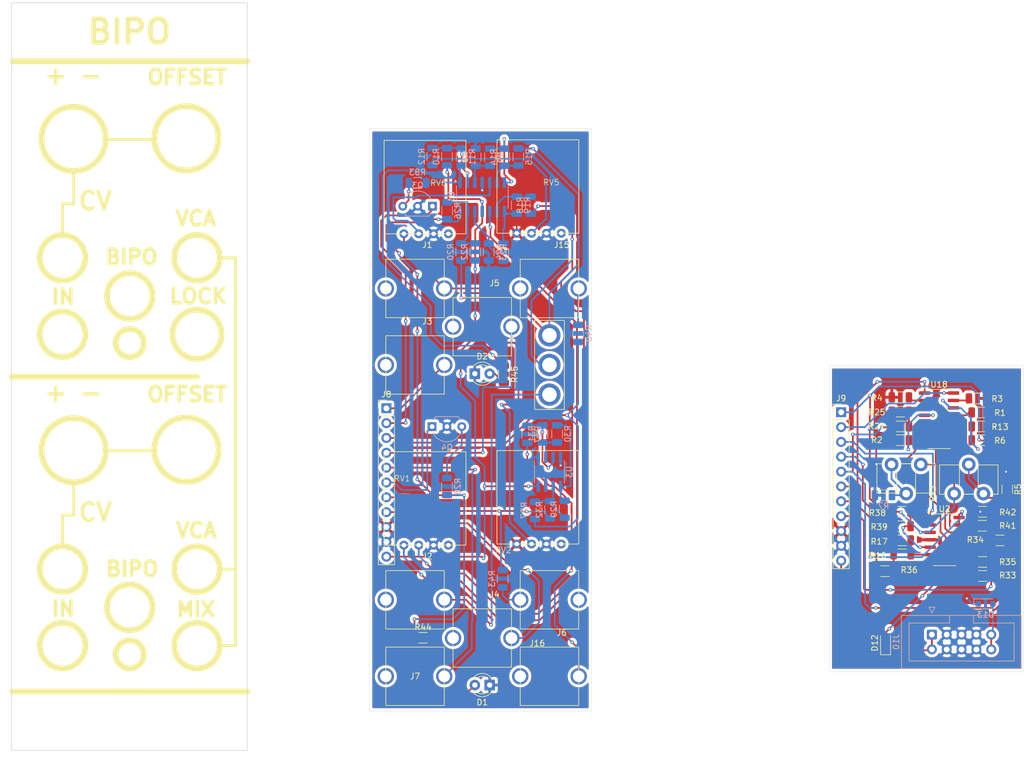
<source format=kicad_pcb>
(kicad_pcb (version 20241229) (generator "pcbnew") (generator_version "9.0")
  (layers (0 "F.Cu" signal) (2 "B.Cu" signal) (13 "F.Paste" user) (15 "B.Paste" user) (5 "F.SilkS" user "F.Silkscreen") (7 "B.SilkS" user "B.Silkscreen") (1 "F.Mask" user) (3 "B.Mask" user) (25 "Edge.Cuts" user))
  (net 0 "")
  (net 1 "Net-(D12-K)")
  (net 2 "-12V")
  (net 3 "+12V")
  (net 4 "Net-(D13-A)")
  (net 6 "CV1")
  (net 8 "Net-(J2-Pin_1)")
  (net 9 "IN1")
  (net 15 "IN2")
  (net 16 "GND")
  (net 17 "Net-(J1-Pin_1)")
  (net 18 "Net-(Q3-E)")
  (net 19 "BIPO2")
  (net 20 "Net-(Q4-E)")
  (net 21 "Net-(U18A--)")
  (net 22 "Net-(U18C--)")
  (net 23 "Net-(U18A-DIODE_BIAS)")
  (net 24 "Net-(U18C-DIODE_BIAS)")
  (net 25 "Net-(R5-Pad2)")
  (net 26 "Net-(U18A-+)")
  (net 27 "Net-(R7-Pad2)")
  (net 28 "Net-(U1A-+)")
  (net 29 "Net-(R14-Pad1)")
  (net 30 "Net-(U1A--)")
  (net 31 "Net-(R11-Pad1)")
  (net 32 "Net-(U1B--)")
  (net 33 "Net-(U1C--)")
  (net 34 "CV2")
  (net 35 "BIPO1")
  (net 36 "Net-(R19-Pad1)")
  (net 38 "Net-(U18C-+)")
  (net 39 "Net-(J15-Pin_1)")
  (net 40 "Net-(R26-Pad1)")
  (net 41 "Net-(J16-Pin_1)")
  (net 42 "Net-(U1D--)")
  (net 44 "Net-(U1C-+)")
  (net 45 "Net-(R12-Pad2)")
  (net 46 "MIX")
  (net 47 "Net-(R16-Pad1)")
  (net 48 "Net-(R31-Pad1)")
  (net 49 "Net-(U1D-+)")
  (net 50 "VCA1")
  (net 51 "Net-(U3A--)")
  (net 52 "Net-(R29-Pad1)")
  (net 53 "Net-(U3B--)")
  (net 54 "VCA2")
  (net 55 "Net-(R33-Pad2)")
  (net 56 "Net-(U2B--)")
  (net 57 "Net-(SW1-B)")
  (net 58 "Net-(U2C--)")
  (net 59 "Net-(U2A-+)")
  (net 60 "Net-(U2B-+)")
  (net 61 "Net-(U1B-+)")
  (net 62 "Net-(U2D-+)")
  (net 63 "Net-(U2C-+)")
  (net 64 "Net-(R20-Pad2)")
  (net 65 "Net-(D1-A)")
  (net 66 "Net-(D2-A)")
  (footprint "Resistor_SMD:R_1206_3216Metric" (layer "F.Cu") (at 215.225 99.79 180)
    (property "Reference" "R25")
    (property "Value" "470R")
  )
  (footprint "Package_SO:SOIC-14_3.9x8.7mm_P1.27mm" (layer "F.Cu") (at 222.8 121.73)
    (property "Reference" "U2")
    (property "Value" "TL074")
  )
  (footprint "Resistor_SMD:R_1206_3216Metric" (layer "F.Cu") (at 147.4 93.399718 -90)
    (property "Reference" "R45")
    (property "Value" "2k2")
  )
  (footprint "Library:3mm5 Mono Aux" (layer "F.Cu") (at 155.2 145.1)
    (property "Reference" "J6")
    (property "Value" "Conn_01x02_Pin")
  )
  (footprint "Resistor_SMD:R_1206_3216Metric" (layer "F.Cu") (at 215.225 102.33 180)
    (property "Reference" "R21")
    (property "Value" "100k")
  )
  (footprint "clipboard:8a7c8b36-f368-44f6-9871-751257f891b6" (layer "F.Cu") (at 93.1 106.4)
    (property "Reference" "")
    (property "Value" "")
  )
  (footprint "Connector_PinHeader_2.54mm:PinHeader_1x11_P2.54mm_Vertical" (layer "F.Cu") (at 127.3 99.221)
    (property "Reference" "J8")
    (property "Value" "Conn_01x11_Pin")
  )
  (footprint "clipboard:8a7c8b36-f368-44f6-9871-751257f891b6" (layer "F.Cu") (at 73.8 106.5)
    (property "Reference" "")
    (property "Value" "")
  )
  (footprint "clipboard:8a7c8b36-f368-44f6-9871-751257f891b6" (layer "F.Cu") (at 73.8 53.2)
    (property "Reference" "")
    (property "Value" "")
  )
  (footprint "Potentiometer_THT:Potentiometer_ACP_CA9-H5_Horizontal" (layer "F.Cu") (at 224.435 113.83 90)
    (property "Reference" "RV3")
    (property "Value" "500k")
  )
  (footprint "Resistor_SMD:R_1206_3216Metric" (layer "F.Cu") (at 232.2625 121.83)
    (property "Reference" "R34")
    (property "Value" "100k")
  )
  (footprint "Resistor_SMD:R_1206_3216Metric" (layer "F.Cu") (at 229.3 125.53)
    (property "Reference" "R35")
    (property "Value" "100k")
  )
  (footprint "Connector_PinHeader_2.54mm:PinHeader_1x11_P2.54mm_Vertical" (layer "F.Cu") (at 205.1 99.9)
    (property "Reference" "J9")
    (property "Value" "Conn_01x11_Pin")
  )
  (footprint "clipboard:d6b1d540-2acd-48cb-859c-b6cadd5b8444" (layer "F.Cu") (at 71.9 139.848718)
    (property "Reference" "")
    (property "Value" "")
  )
  (footprint "Library:3mm5 Mono Aux" (layer "F.Cu") (at 143.7 85.25)
    (property "Reference" "J5")
    (property "Value" "Conn_01x02_Pin")
  )
  (footprint "" (layer "F.Cu") (at 83.4 88.051)
    (property "Reference" "")
    (property "Value" "")
  )
  (footprint "Library:3mm5 Mono Aux" (layer "F.Cu") (at 132.2 78.7)
    (property "Reference" "J1")
    (property "Value" "Conn_01x02_Pin")
  )
  (footprint "Library:3mm5 Mono Aux" (layer "F.Cu") (at 132.2 145.098718)
    (property "Reference" "J7")
    (property "Value" "Conn_01x02_Pin")
  )
  (footprint "Library:AlpsPot_NoMountPins" (layer "F.Cu") (at 149.59 122.45)
    (property "Reference" "RV2")
    (property "Value" "100k")
  )
  (footprint "Resistor_SMD:R_1206_3216Metric" (layer "F.Cu") (at 215.225 104.68 180)
    (property "Reference" "R2")
    (property "Value" "470R")
  )
  (footprint "Diode_SMD:D_SOD-323_HandSoldering" (layer "F.Cu") (at 212.7 139.4 90)
    (property "Reference" "D12")
    (property "Value" "D_Schottky" (hide yes))
  )
  (footprint "Library:3mm5 Mono Aux" (layer "F.Cu") (at 143.7 138.55)
    (property "Reference" "J4")
    (property "Value" "Conn_01x02_Pin")
  )
  (footprint "Library:AlpsPot_NoMountPins" (layer "F.Cu") (at 149.6 69.25)
    (property "Reference" "RV5")
    (property "Value" "100k")
  )
  (footprint "clipboard:d6b1d540-2acd-48cb-859c-b6cadd5b8444" (layer "F.Cu") (at 94.9 126.751282)
    (property "Reference" "")
    (property "Value" "")
  )
  (footprint "Resistor_SMD:R_1206_3216Metric" (layer "F.Cu") (at 228.9 99.93)
    (property "Reference" "R1")
    (property "Value" "470R")
  )
  (footprint "Resistor_SMD:R_1206_3216Metric" (layer "F.Cu") (at 229.2375 119.33)
    (property "Reference" "R41")
    (property "Value" "100k")
  )
  (footprint "clipboard:d6b1d540-2acd-48cb-859c-b6cadd5b8444" (layer "F.Cu") (at 71.9 86.548718)
    (property "Reference" "")
    (property "Value" "")
  )
  (footprint "Library:Switch" (layer "F.Cu") (at 157.74 91.8 90)
    (property "Reference" "SW1" (hide yes))
    (property "Value" "SW_SPDT")
  )
  (footprint "Library:3mm5 Mono Aux" (layer "F.Cu") (at 132.2 132)
    (property "Reference" "J2")
    (property "Value" "Conn_01x02_Pin")
  )
  (footprint "Potentiometer_THT:Potentiometer_ACP_CA9-H5_Horizontal" (layer "F.Cu") (at 218.725 108.83 -90)
    (property "Reference" "RV4" (hide yes))
    (property "Value" "500k")
  )
  (footprint "MountingHole:MountingHole_3.2mm_M3" (layer "F.Cu") (at 70.68 155.24)
    (property "Reference" "REF**" (hide yes))
    (property "Value" "MountingHole_3.2mm_M3")
  )
  (footprint "Resistor_SMD:R_1206_3216Metric" (layer "F.Cu") (at 228.9 104.68)
    (property "Reference" "R6")
    (property "Value" "100k")
  )
  (footprint "Resistor_SMD:R_1206_3216Metric" (layer "F.Cu") (at 212.6 127.1)
    (property "Reference" "R36")
    (property "Value" "1k")
  )
  (footprint "LED_THT:LED_D3.0mm" (layer "F.Cu") (at 142.43 93.301)
    (property "Reference" "D2")
    (property "Value" "LED")
  )
  (footprint "MountingHole:MountingHole_3.2mm_M3" (layer "F.Cu") (at 96.14 32.8)
    (property "Reference" "REF**" (hide yes))
    (property "Value" "MountingHole_3.2mm_M3")
  )
  (footprint "Library:AlpsPot_NoMountPins" (layer "F.Cu") (at 130.29 69.35)
    (property "Reference" "RV6")
    (property "Value" "100k")
  )
  (footprint "Resistor_SMD:R_1206_3216Metric" (layer "F.Cu") (at 215.225 97.33 180)
    (property "Reference" "R4")
    (property "Value" "47k")
  )
  (footprint "clipboard:d6b1d540-2acd-48cb-859c-b6cadd5b8444" (layer "F.Cu") (at 83.4 80)
    (property "Reference" "")
    (property "Value" "")
  )
  (footprint "Package_SO:SOIC-16_3.9x9.9mm_P1.27mm" (layer "F.Cu") (at 221.845 101.055)
    (property "Reference" "U18")
    (property "Value" "LM13700")
  )
  (footprint "Library:3mm5 Mono Aux" (layer "F.Cu") (at 155.2 78.701282)
    (property "Reference" "J15")
    (property "Value" "Conn_01x02_Pin")
  )
  (footprint "MountingHole:MountingHole_3.2mm_M3" (layer "F.Cu") (at 70.7 32.8)
    (property "Reference" "REF**" (hide yes))
    (property "Value" "MountingHole_3.2mm_M3")
  )
  (footprint "clipboard:d6b1d540-2acd-48cb-859c-b6cadd5b8444" (layer "F.Cu") (at 94.9 139.85)
    (property "Reference" "")
    (property "Value" "")
  )
  (footprint "LED_THT:LED_D3.0mm" (layer "F.Cu") (at 144.97 146.601 180)
    (property "Reference" "D1")
    (property "Value" "LED")
  )
  (footprint "Resistor_SMD:R_1206_3216Metric" (layer "F.Cu") (at 215.5 116.93)
    (property "Reference" "R38")
    (property "Value" "100k")
  )
  (footprint "clipboard:d6b1d540-2acd-48cb-859c-b6cadd5b8444" (layer "F.Cu") (at 71.9 73.45)
    (property "Reference" "")
    (property "Value" "")
  )
  (footprint "clipboard:d6b1d540-2acd-48cb-859c-b6cadd5b8444" (layer "F.Cu") (at 94.9 73.451282)
    (property "Reference" "")
    (property "Value" "")
  )
  (footprint "Library:AlpsPot_NoMountPins" (layer "F.Cu") (at 130.29 122.65)
    (property "Reference" "RV1")
    (property "Value" "100k")
  )
  (footprint "Resistor_SMD:R_1206_3216Metric" (layer "F.Cu") (at 215.515 119.414)
    (property "Reference" "R39")
    (property "Value" "100k")
  )
  (footprint "clipboard:d6b1d540-2acd-48cb-859c-b6cadd5b8444" (layer "F.Cu") (at 71.9 126.75)
    (property "Reference" "")
    (property "Value" "")
  )
  (footprint "Resistor_SMD:R_1206_3216Metric" (layer "F.Cu") (at 215.5375 124.23)
    (property "Reference" "R16")
    (property "Value" "100k")
  )
  (footprint "Library:3mm5 Mono Aux" (layer "F.Cu") (at 155.2 132.001282 180)
    (property "Reference" "J16")
    (property "Value" "Conn_01x02_Pin")
  )
  (footprint "clipboard:d6b1d540-2acd-48cb-859c-b6cadd5b8444" (layer "F.Cu") (at 83.4 133.3)
    (property "Reference" "")
    (property "Value" "")
  )
  (footprint "" (layer "F.Cu") (at 83.4 141.351)
    (property "Reference" "")
    (property "Value" "")
  )
  (footprint "Resistor_SMD:R_1206_3216Metric" (layer "F.Cu") (at 133.5625 138.501)
    (property "Reference" "R44")
    (property "Value" "2k2")
  )
  (footprint "Resistor_SMD:R_1206_3216Metric" (layer "F.Cu") (at 228.425 97.53)
    (property "Reference" "R3")
    (property "Value" "47k")
  )
  (footprint "Resistor_SMD:R_1206_3216Metric" (layer "F.Cu") (at 229.3 116.93)
    (property "Reference" "R42")
    (property "Value" "100k")
  )
  (footprint "Resistor_SMD:R_1206_3216Metric" (layer "F.Cu") (at 228.9 102.33)
    (property "Reference" "R13")
    (property "Value" "470R")
  )
  (footprint "Resistor_SMD:R_1206_3216Metric" (layer "F.Cu") (at 229.3 127.93 180)
    (property "Reference" "R33")
    (property "Value" "1k")
  )
  (footprint "Resistor_SMD:R_1206_3216Metric" (layer "F.Cu") (at 215.5375 121.83 180)
    (property "Reference" "R17")
    (property "Value" "100k")
  )
  (footprint "Resistor_SMD:R_1206_3216Metric" (layer "F.Cu") (at 233.525 113.0925 -90)
    (property "Reference" "R5")
    (property "Value" "10k")
  )
  (footprint "Library:3mm5 Mono Aux" (layer "F.Cu") (at 132.2 91.798718)
    (property "Reference" "J3")
    (property "Value" "Conn_01x02_Pin")
  )
  (footprint "clipboard:8a7c8b36-f368-44f6-9871-751257f891b6" (layer "F.Cu") (at 93.1 53.1)
    (property "Reference" "")
    (property "Value" "")
  )
  (footprint "MountingHole:MountingHole_3.2mm_M3" (layer "F.Cu") (at 96.12 155.24)
    (property "Reference" "REF**" (hide yes))
    (property "Value" "MountingHole_3.2mm_M3")
  )
  (footprint "clipboard:d6b1d540-2acd-48cb-859c-b6cadd5b8444" (layer "F.Cu") (at 94.9 86.55)
    (property "Reference" "")
    (property "Value" "")
  )
  (footprint "Resistor_SMD:R_1206_3216Metric" (layer "B.Cu") (at 155.3 116.601 -90)
    (property "Reference" "R32")
    (property "Value" "100k")
  )
  (footprint "Package_TO_SOT_THT:TO-92L_Inline_Wide" (layer "B.Cu") (at 135.18 64.621 180)
    (property "Reference" "Q3")
    (property "Value" "BC557")
  )
  (footprint "Resistor_SMD:R_1206_3216Metric" (layer "B.Cu") (at 147.2 128.401 -90)
    (property "Reference" "R43")
    (property "Value" "1k")
  )
  (footprint "Package_SO:SOIC-14_3.9x8.7mm_P1.27mm" (layer "B.Cu") (at 143.7 63.05 -90)
    (property "Reference" "U1")
    (property "Value" "TL074")
  )
  (footprint "Resistor_SMD:R_1206_3216Metric" (layer "B.Cu") (at 137.67 112.601 90)
    (property "Reference" "R28")
    (property "Value" "10k")
  )
  (footprint "Resistor_SMD:R_1206_3216Metric" (layer "B.Cu") (at 137.67 56.1625 -90)
    (property "Reference" "R10")
    (property "Value" "47k")
  )
  (footprint "Resistor_SMD:R_1206_3216Metric" (layer "B.Cu") (at 149.87 56.1875 90)
    (property "Reference" "R15")
    (property "Value" "100k")
  )
  (footprint "Resistor_SMD:R_1206_3216Metric" (layer "B.Cu") (at 152 64.45 -90)
    (property "Reference" "R18")
    (property "Value" "100k")
  )
  (footprint "Connector_IDC:IDC-Header_2x05_P2.54mm_Vertical" (layer "B.Cu") (at 220.62 137.96 -90)
    (property "Reference" "J10")
    (property "Value" "Conn_02x05_Odd_Even" (hide yes))
  )
  (footprint "Resistor_SMD:R_1206_3216Metric" (layer "B.Cu") (at 132.62 60.641 180)
    (property "Reference" "R83")
    (property "Value" "10k")
  )
  (footprint "Resistor_SMD:R_1206_3216Metric" (layer "B.Cu") (at 149.6 64.45 90)
    (property "Reference" "R19")
    (property "Value" "100k")
  )
  (footprint "Resistor_SMD:R_1206_3216Metric" (layer "B.Cu") (at 135.17 56.125 -90)
    (property "Reference" "R12")
    (property "Value" "10k")
  )
  (footprint "Resistor_SMD:R_1206_3216Metric" (layer "B.Cu") (at 140.1 72.45 -90)
    (property "Reference" "R20")
    (property "Value" "10k")
  )
  (footprint "Resistor_SMD:R_1206_3216Metric" (layer "B.Cu") (at 156.5 103.601 90)
    (property "Reference" "R30")
    (property "Value" "100k")
  )
  (footprint "Resistor_SMD:R_1206_3216Metric" (layer "B.Cu") (at 144.8 72.45 90)
    (property "Reference" "R24")
    (property "Value" "100k")
  )
  (footprint "Resistor_SMD:R_1206_3216Metric" (layer "B.Cu") (at 145.02 56.235 90)
    (property "Reference" "R9")
    (property "Value" "100k")
  )
  (footprint "Resistor_SMD:R_1206_3216Metric" (layer "B.Cu") (at 142.57 56.225 -90)
    (property "Reference" "R8")
    (property "Value" "100k")
  )
  (footprint "Package_SO:SOIC-8_3.9x4.9mm_P1.27mm" (layer "B.Cu") (at 155.2 110.101 90)
    (property "Reference" "U3")
    (property "Value" "TL072")
  )
  (footprint "Resistor_SMD:R_1206_3216Metric" (layer "B.Cu") (at 140.17 56.1875 90)
    (property "Reference" "R11")
    (property "Value" "10k")
  )
  (footprint "Resistor_SMD:R_1206_3216Metric" (layer "B.Cu") (at 147.47 56.225 -90)
    (property "Reference" "R14")
    (property "Value" "100k")
  )
  (footprint "Package_TO_SOT_THT:TO-92L_Inline_Wide" (layer "B.Cu") (at 135.12 102.35)
    (property "Reference" "Q4")
    (property "Value" "BC557")
  )
  (footprint "Resistor_SMD:R_1206_3216Metric" (layer "B.Cu") (at 154 103.601 -90)
    (property "Reference" "R31")
    (property "Value" "100k")
  )
  (footprint "Resistor_SMD:R_1206_3216Metric" (layer "B.Cu") (at 142.5 72.45 -90)
    (property "Reference" "R22")
    (property "Value" "47k")
  )
  (footprint "Resistor_SMD:R_1206_3216Metric" (layer "B.Cu") (at 151.4 103.6635 90)
    (property "Reference" "R37")
    (property "Value" "1k")
  )
  (footprint "Diode_SMD:D_SOD-323_HandSoldering" (layer "B.Cu") (at 229.8 132.7)
    (property "Reference" "D13")
    (property "Value" "D_Schottky" (hide yes))
  )
  (footprint "Resistor_SMD:R_1206_3216Metric" (layer "B.Cu") (at 157.8 116.501 -90)
    (property "Reference" "R29")
    (property "Value" "100k")
  )
  (footprint "Resistor_SMD:R_1206_3216Metric" (layer "B.Cu") (at 147.3 72.501 -90)
    (property "Reference" "R23")
    (property "Value" "100k")
  )
  (footprint "Resistor_SMD:R_1206_3216Metric" (layer "B.Cu") (at 137.7 65.401 90)
    (property "Reference" "R26")
    (property "Value" "10k")
  )
  (footprint "Resistor_SMD:R_1206_3216Metric" (layer "B.Cu") (at 160.1 86.401 90)
    (property "Reference" "R40")
    (property "Value" "1k")
  )
  (footprint "Resistor_SMD:R_1206_3216Metric" (layer "B.Cu") (at 152.7 116.701 -90)
    (property "Reference" "R27")
    (property "Value" "100k")
  )
  (footprint "Resistor_SMD:R_1206_3216Metric" (layer "B.Cu") (at 212.3375 114.1)
    (property "Reference" "R7")
    (property "Value" "10k")
  )
  (gr_circle (center 71.9 126.75) (end 75.8 126.65) (stroke (width 1)) (fill no) (layer "F.SilkS"))
  (gr_line (start 103.6 147.7) (end 63.27 147.71) (stroke (width 1)) (layer "F.SilkS"))
  (gr_circle (center 71.9 86.548718) (end 75.8 86.448718) (stroke (width 1)) (fill no) (layer "F.SilkS"))
  (gr_circle (center 83.4 133.3) (end 87.3 133.2) (stroke (width 1)) (fill no) (layer "F.SilkS"))
  (gr_line (start 79.29909 106.5) (end 87.6 106.5) (stroke (width 0.5)) (layer "F.SilkS"))
  (gr_line (start 101.5 73.451282) (end 101.5 139.85) (stroke (width 0.5)) (layer "F.SilkS"))
  (gr_line (start 63.2 93.8) (end 94.9 93.8) (stroke (width 1)) (layer "F.SilkS"))
  (gr_circle (center 93.1 106.3) (end 98.6 106.3) (stroke (width 1)) (fill no) (layer "F.SilkS"))
  (gr_circle (center 73.8 53.1) (end 79.3 53.1) (stroke (width 1)) (fill no) (layer "F.SilkS"))
  (gr_circle (center 83.4 88.051) (end 84.1 85.751) (stroke (width 1)) (fill no) (layer "F.SilkS"))
  (gr_line (start 73.8 117.5) (end 73.8 111.9) (stroke (width 0.5)) (layer "F.SilkS"))
  (gr_circle (center 93.1 53) (end 98.6 53) (stroke (width 1)) (fill no) (layer "F.SilkS"))
  (gr_circle (center 71.9 139.848718) (end 75.8 139.748718) (stroke (width 1)) (fill no) (layer "F.SilkS"))
  (gr_line (start 79.29909 53.2) (end 87.6 53.2) (stroke (width 0.5)) (layer "F.SilkS"))
  (gr_circle (center 71.9 73.45) (end 75.8 73.35) (stroke (width 1)) (fill no) (layer "F.SilkS"))
  (gr_circle (center 73.8 106.4) (end 79.3 106.4) (stroke (width 1)) (fill no) (layer "F.SilkS"))
  (gr_line (start 98.801282 126.751282) (end 101.5 126.751282) (stroke (width 0.5)) (layer "F.SilkS"))
  (gr_line (start 101.5 139.85) (end 98.801282 139.85) (stroke (width 0.5)) (layer "F.SilkS"))
  (gr_line (start 73.8 64.2) (end 73.8 58.6) (stroke (width 0.5)) (layer "F.SilkS"))
  (gr_line (start 71.9 69.548718) (end 71.9 64.2) (stroke (width 0.5)) (layer "F.SilkS"))
  (gr_line (start 71.9 122.848718) (end 71.9 117.5) (stroke (width 0.5)) (layer "F.SilkS"))
  (gr_line (start 73.8 117.5) (end 71.9 117.5) (stroke (width 0.5)) (layer "F.SilkS"))
  (gr_circle (center 94.9 126.751282) (end 98.8 126.651282) (stroke (width 1)) (fill no) (layer "F.SilkS"))
  (gr_line (start 101.5 73.451282) (end 98.801282 73.451282) (stroke (width 0.5)) (layer "F.SilkS"))
  (gr_circle (center 83.4 80) (end 87.3 79.9) (stroke (width 1)) (fill no) (layer "F.SilkS"))
  (gr_circle (center 94.9 86.55) (end 99.1 86.45) (stroke (width 1)) (fill no) (layer "F.SilkS"))
  (gr_circle (center 94.9 139.85) (end 98.8 139.75) (stroke (width 1)) (fill no) (layer "F.SilkS"))
  (gr_line (start 63.3 39.8) (end 103.5 39.8) (stroke (width 1)) (layer "F.SilkS"))
  (gr_circle (center 83.4 141.351) (end 84.1 139.051) (stroke (width 1)) (fill no) (layer "F.SilkS"))
  (gr_line (start 73.8 64.2) (end 71.9 64.2) (stroke (width 0.5)) (layer "F.SilkS"))
  (gr_circle (center 94.9 73.451282) (end 98.8 73.351282) (stroke (width 1)) (fill no) (layer "F.SilkS"))
  (gr_rect (start 124.4 51.35) (end 162.4 151.05) (stroke (width 0.05)) (fill no) (layer "Edge.Cuts"))
  (gr_rect (start 203.05 91.925) (end 236.35 144.3) (stroke (width 0.05)) (fill no) (layer "Edge.Cuts"))
  (gr_rect (start 63.2 29.8) (end 103.5 157.8) (stroke (width 0.1)) (fill no) (layer "Edge.Cuts"))
  (gr_text "VCA" (at 91 121.6 0) (layer "F.SilkS") (effects (font (size 2.5 2.5) (thickness 0.6) (bold yes)) (justify left bottom)))
  (gr_text "OFFSET" (at 86.1 98.3 0) (layer "F.SilkS") (effects (font (size 2.5 2.5) (thickness 0.6) (bold yes)) (justify left bottom)))
  (gr_text "+ -" (at 68.5 98.3 0) (layer "F.SilkS") (effects (font (size 3 3) (thickness 0.6) (bold yes)) (justify left bottom)))
  (gr_text "LOCK" (at 89.9 81.5 0) (layer "F.SilkS") (effects (font (size 2.5 2.5) (thickness 0.6) (bold yes)) (justify left bottom)))
  (gr_text "CV" (at 74.3 118.8 0) (layer "F.SilkS") (effects (font (size 3 3) (thickness 0.6) (bold yes)) (justify left bottom)))
  (gr_text "BIPO" (at 78.9 74.8 0) (layer "F.SilkS") (effects (font (size 2.5 2.5) (thickness 0.6) (bold yes)) (justify left bottom)))
  (gr_text "BIPO" (at 75.75 37.1 0) (layer "F.SilkS") (effects (font (size 4 4) (thickness 0.8) (bold yes)) (justify left bottom)))
  (gr_text "+ -" (at 68.5 44 0) (layer "F.SilkS") (effects (font (size 3 3) (thickness 0.6) (bold yes)) (justify left bottom)))
  (gr_text "IN\n" (at 69.7 81.6 0) (layer "F.SilkS") (effects (font (size 2.5 2.5) (thickness 0.6) (bold yes)) (justify left bottom)))
  (gr_text "IN\n" (at 69.7 135 0) (layer "F.SilkS") (effects (font (size 2.5 2.5) (thickness 0.6) (bold yes)) (justify left bottom)))
  (gr_text "VCA" (at 90.9 68.2 0) (layer "F.SilkS") (effects (font (size 2.5 2.5) (thickness 0.6) (bold yes)) (justify left bottom)))
  (gr_text "CV" (at 74.3 65.5 0) (layer "F.SilkS") (effects (font (size 3 3) (thickness 0.6) (bold yes)) (justify left bottom)))
  (gr_text "BIPO" (at 79 128.2 0) (layer "F.SilkS") (effects (font (size 2.5 2.5) (thickness 0.6) (bold yes)) (justify left bottom)))
  (gr_text "OFFSET" (at 86.1 44 0) (layer "F.SilkS") (effects (font (size 2.5 2.5) (thickness 0.6) (bold yes)) (justify left bottom)))
  (gr_text "MIX" (at 91.1 135.1 0) (layer "F.SilkS") (effects (font (size 2.5 2.5) (thickness 0.6) (bold yes)) (justify left bottom)))
  (segment (start 212.7 140.65) (end 220.47 140.65) (width 0.3) (layer "F.Cu") (net 1))
  (segment (start 220.62 137.96) (end 220.62 140.5) (width 0.3) (layer "F.Cu") (net 1))
  (segment (start 220.47 140.65) (end 220.62 140.5) (width 0.3) (layer "F.Cu") (net 1))
  (segment (start 143.9 124.901) (end 143.62 124.621) (width 0.3) (layer "F.Cu") (net 2))
  (segment (start 205.1 137.4) (end 205.85 138.15) (width 0.3) (layer "F.Cu") (net 2))
  (segment (start 151.6 112.576) (end 144.1 112.576) (width 0.3) (layer "F.Cu") (net 2))
  (segment (start 223 127.3) (end 223 121.73) (width 0.3) (layer "F.Cu") (net 2))
  (segment (start 143.7 67.501) (end 143.7 63.901) (width 0.3) (layer "F.Cu") (net 2))
  (segment (start 142.5 68.701) (end 143.7 67.501) (width 0.3) (layer "F.Cu") (net 2))
  (segment (start 140 89.399718) (end 142.5 86.899718) (width 0.3) (layer "F.Cu") (net 2))
  (segment (start 205.1 125.3) (end 205.1 137.4) (width 0.3) (layer "F.Cu") (net 2))
  (segment (start 219.01 131.29) (end 223 127.3) (width 0.3) (layer "F.Cu") (net 2))
  (segment (start 143.65 63.851) (end 143.2 63.401) (width 0.3) (layer "F.Cu") (net 2))
  (segment (start 137.9 63.401) (end 137.9 59.001) (width 0.3) (layer "F.Cu") (net 2))
  (segment (start 222.1 116.3) (end 222.1 120.360608) (width 0.3) (layer "F.Cu") (net 2))
  (segment (start 216.5 107.8) (end 216.5 110.7) (width 0.3) (layer "F.Cu") (net 2))
  (segment (start 217.8 103.1) (end 217.8 106.5) (width 0.3) (layer "F.Cu") (net 2))
  (segment (start 212.7 137.6) (end 212.7 138.15) (width 0.3) (layer "F.Cu") (net 2))
  (segment (start 223 121.260608) (end 223 121.73) (width 0.3) (layer "F.Cu") (net 2))
  (segment (start 143.7 63.901) (end 143.65 63.851) (width 0.3) (layer "F.Cu") (net 2))
  (segment (start 217.8 106.5) (end 216.5 107.8) (width 0.3) (layer "F.Cu") (net 2))
  (segment (start 223 121.73) (end 225.275 121.73) (width 0.3) (layer "F.Cu") (net 2))
  (segment (start 217.94 102.96) (end 217.8 103.1) (width 0.3) (layer "F.Cu") (net 2))
  (segment (start 142.5 75.401) (end 142.5 68.701) (width 0.3) (layer "F.Cu") (net 2))
  (segment (start 142.5 86.899718) (end 142.5 83.399718) (width 0.3) (layer "F.Cu") (net 2))
  (segment (start 213.35 136.95) (end 212.7 137.6) (width 0.3) (layer "F.Cu") (net 2))
  (segment (start 222.1 120.360608) (end 223 121.260608) (width 0.3) (layer "F.Cu") (net 2))
  (segment (start 140 93.299718) (end 140 89.399718) (width 0.3) (layer "F.Cu") (net 2))
  (segment (start 205.85 138.15) (end 212.7 138.15) (width 0.3) (layer "F.Cu") (net 2))
  (segment (start 143.62 124.621) (end 127.3 124.621) (width 0.3) (layer "F.Cu") (net 2))
  (segment (start 137.9 59.001) (end 137.7 58.801) (width 0.3) (layer "F.Cu") (net 2))
  (segment (start 143.2 63.401) (end 137.9 63.401) (width 0.3) (layer "F.Cu") (net 2))
  (segment (start 216.5 110.7) (end 222.1 116.3) (width 0.3) (layer "F.Cu") (net 2))
  (segment (start 219.37 102.96) (end 217.94 102.96) (width 0.3) (layer "F.Cu") (net 2))
  (via (at 143.9 124.901) (size 0.6) (drill 0.3) (layers "F.Cu" "B.Cu") (net 2))
  (via (at 143.65 63.851) (size 0.6) (drill 0.3) (layers "F.Cu" "B.Cu") (net 2))
  (via (at 137.7 58.801) (size 0.6) (drill 0.3) (layers "F.Cu" "B.Cu") (net 2))
  (via (at 213.35 136.95) (size 0.6) (drill 0.3) (layers "F.Cu" "B.Cu") (net 2))
  (via (at 219.01 131.29) (size 0.6) (drill 0.3) (layers "F.Cu" "B.Cu") (net 2))
  (via (at 140 93.299718) (size 0.6) (drill 0.3) (layers "F.Cu" "B.Cu") (net 2))
  (via (at 144.1 112.576) (size 0.6) (drill 0.3) (layers "F.Cu" "B.Cu") (net 2))
  (via (at 151.6 112.576) (size 0.6) (drill 0.3) (layers "F.Cu" "B.Cu") (net 2))
  (via (at 142.5 83.399718) (size 0.6) (drill 0.3) (layers "F.Cu" "B.Cu") (net 2))
  (via (at 142.5 75.401) (size 0.6) (drill 0.3) (layers "F.Cu" "B.Cu") (net 2))
  (segment (start 144.1 112.576) (end 144.1 124.701) (width 0.3) (layer "B.Cu") (net 2))
  (segment (start 144.1 112.576) (end 144.1 109.201) (width 0.3) (layer "B.Cu") (net 2))
  (segment (start 140 95.499718) (end 140 93.299718) (width 0.3) (layer "B.Cu") (net 2))
  (segment (start 142.5 73.9125) (end 142.5 75.401) (width 0.3) (layer "B.Cu") (net 2))
  (segment (start 144.1 124.701) (end 143.9 124.901) (width 0.3) (layer "B.Cu") (net 2))
  (segment (start 142.5 107.601) (end 142.5 97.999718) (width 0.3) (layer "B.Cu") (net 2))
  (segment (start 137.7 58.801) (end 137.7 57.655) (width 0.3) (layer "B.Cu") (net 2))
  (segment (start 143.7 63.901) (end 143.65 63.851) (width 0.3) (layer "B.Cu") (net 2))
  (segment (start 142.5 97.999718) (end 140 95.499718) (width 0.3) (layer "B.Cu") (net 2))
  (segment (start 137.7 57.655) (end 137.67 57.625) (width 0.3) (layer "B.Cu") (net 2))
  (segment (start 144.1 109.201) (end 142.5 107.601) (width 0.3) (layer "B.Cu") (net 2))
  (segment (start 142.5 83.399718) (end 142.5 75.401) (width 0.3) (layer "B.Cu") (net 2))
  (segment (start 143.7 65.525) (end 143.7 63.901) (width 0.3) (layer "B.Cu") (net 2))
  (segment (start 219.01 131.29) (end 213.35 136.95) (width 0.3) (layer "B.Cu") (net 2))
  (segment (start 153.295 112.576) (end 151.6 112.576) (width 0.3) (layer "B.Cu") (net 2))
  (segment (start 149.6 64.999718) (end 149.6 69.25) (width 0.3) (layer "F.Cu") (net 3))
  (segment (start 146.5 61.899718) (end 149.6 64.999718) (width 0.3) (layer "F.Cu") (net 3))
  (segment (start 143.7 61.899718) (end 146.5 61.899718) (width 0.3) (layer "F.Cu") (net 3))
  (via (at 226.6 131.78) (size 0.6) (drill 0.3) (layers "F.Cu" "B.Cu") (net 3))
  (via (at 157.105 108.999718) (size 0.6) (drill 0.3) (layers "F.Cu" "B.Cu") (net 3))
  (via (at 143.7 61.899718) (size 0.6) (drill 0.3) (layers "F.Cu" "B.Cu") (net 3))
  (segment (start 157.105 107.626) (end 157.105 108.999718) (width 0.3) (layer "B.Cu") (net 3))
  (segment (start 143.7 60.575) (end 143.7 61.899718) (width 0.3) (layer "B.Cu") (net 3))
  (segment (start 227.52 132.7) (end 226.6 131.78) (width 0.3) (layer "B.Cu") (net 3))
  (segment (start 228.55 132.7) (end 227.52 132.7) (width 0.3) (layer "B.Cu") (net 3))
  (segment (start 231.05 137.69) (end 230.78 137.96) (width 0.3) (layer "F.Cu") (net 4))
  (segment (start 230.78 140.5) (end 230.78 137.96) (width 0.3) (layer "F.Cu") (net 4))
  (segment (start 231.05 132.7) (end 231.05 137.69) (width 0.3) (layer "B.Cu") (net 4))
  (segment (start 126.4 67.101) (end 126.4 71.501) (width 0.3) (layer "F.Cu") (net 6))
  (segment (start 130.6 101.701) (end 130.54 101.761) (width 0.3) (layer "F.Cu") (net 6))
  (segment (start 224.32 96.61) (end 222.71 96.61) (width 0.3) (layer "F.Cu") (net 6))
  (segment (start 127.301282 66.199718) (end 126.4 67.101) (width 0.3) (layer "F.Cu") (net 6))
  (segment (start 135.18 65.221) (end 134.201282 66.199718) (width 0.3) (layer "F.Cu") (net 6))
  (segment (start 135.18 64.621) (end 135.18 65.221) (width 0.3) (layer "F.Cu") (net 6))
  (segment (start 134.201282 66.199718) (end 127.301282 66.199718) (width 0.3) (layer "F.Cu") (net 6))
  (segment (start 126.4 71.501) (end 130.6 75.701) (width 0.3) (layer "F.Cu") (net 6))
  (segment (start 130.6 75.701) (end 130.6 84.301) (width 0.3) (layer "F.Cu") (net 6))
  (segment (start 130.54 101.761) (end 127.3 101.761) (width 0.3) (layer "F.Cu") (net 6))
  (via (at 130.6 84.301) (size 0.6) (drill 0.3) (layers "F.Cu" "B.Cu") (net 6))
  (via (at 130.6 101.701) (size 0.6) (drill 0.3) (layers "F.Cu" "B.Cu") (net 6))
  (via (at 222.7 96.6) (size 0.6) (drill 0.3) (layers "F.Cu" "B.Cu") (net 6))
  (segment (start 130.6 84.301) (end 130.6 101.701) (width 0.3) (layer "B.Cu") (net 6))
  (segment (start 217.6 98.4) (end 213.2 98.4) (width 0.3) (layer "B.Cu") (net 6))
  (segment (start 213.2 98.4) (end 209.16 102.44) (width 0.3) (layer "B.Cu") (net 6))
  (segment (start 222.7 96.6) (end 219.4 96.6) (width 0.3) (layer "B.Cu") (net 6))
  (segment (start 219.4 96.6) (end 217.6 98.4) (width 0.3) (layer "B.Cu") (net 6))
  (segment (start 209.16 102.44) (end 205.1 102.44) (width 0.3) (layer "B.Cu") (net 6))
  (segment (start 145.2 136.301) (end 140.899 132) (width 0.3) (layer "F.Cu") (net 8))
  (segment (start 140.899 132) (end 137.2 132) (width 0.3) (layer "F.Cu") (net 8))
  (via (at 145.2 136.301) (size 0.6) (drill 0.3) (layers "F.Cu" "B.Cu") (net 8))
  (segment (start 145.3 136.201) (end 145.3 96.88) (width 0.3) (layer "B.Cu") (net 8))
  (segment (start 145.2 136.301) (end 145.3 136.201) (width 0.3) (layer "B.Cu") (net 8))
  (segment (start 145.3 96.88) (end 155.2 96.88) (width 0.3) (layer "B.Cu") (net 8))
  (segment (start 210.05 97.03) (end 210.05 99.85) (width 0.3) (layer "F.Cu") (net 9))
  (segment (start 129.777718 99.221) (end 137.2 91.798718) (width 0.3) (layer "F.Cu") (net 9))
  (segment (start 230.3625 104.68) (end 230.3125 104.73) (width 0.3) (layer "F.Cu") (net 9))
  (segment (start 210 99.9) (end 210 114.68) (width 0.3) (layer "F.Cu") (net 9))
  (segment (start 228.83 104.73) (end 228.7 104.6) (width 0.3) (layer "F.Cu") (net 9))
  (segment (start 212.33 121.83) (end 214.075 121.83) (width 0.3) (layer "F.Cu") (net 9))
  (segment (start 211.9 121.4) (end 212.33 121.83) (width 0.3) (layer "F.Cu") (net 9))
  (segment (start 230.3125 104.73) (end 228.83 104.73) (width 0.3) (layer "F.Cu") (net 9))
  (segment (start 211.9 116.58) (end 211.9 121.4) (width 0.3) (layer "F.Cu") (net 9))
  (segment (start 210 114.68) (end 211.9 116.58) (width 0.3) (layer "F.Cu") (net 9))
  (segment (start 210.05 99.85) (end 210 99.9) (width 0.3) (layer "F.Cu") (net 9))
  (segment (start 127.3 99.221) (end 129.777718 99.221) (width 0.3) (layer "F.Cu") (net 9))
  (via (at 228.7 104.6) (size 0.6) (drill 0.3) (layers "F.Cu" "B.Cu") (net 9))
  (via (at 210.05 97.03) (size 0.6) (drill 0.3) (layers "F.Cu" "B.Cu") (net 9))
  (segment (start 210.05 97.03) (end 211.6 95.48) (width 0.3) (layer "B.Cu") (net 9))
  (segment (start 227.28 95.48) (end 228.7 96.9) (width 0.3) (layer "B.Cu") (net 9))
  (segment (start 210.05 97.03) (end 207.18 99.9) (width 0.3) (layer "B.Cu") (net 9))
  (segment (start 211.6 95.48) (end 227.28 95.48) (width 0.3) (layer "B.Cu") (net 9))
  (segment (start 207.18 99.9) (end 205.1 99.9) (width 0.3) (layer "B.Cu") (net 9))
  (segment (start 228.7 96.9) (end 228.7 104.6) (width 0.3) (layer "B.Cu") (net 9))
  (segment (start 213.47 102.33) (end 213.7625 102.33) (width 0.3) (layer "F.Cu") (net 15))
  (segment (start 207.1 109.92) (end 207.1 103.7) (width 0.3) (layer "F.Cu") (net 15))
  (segment (start 233.725 131.375) (end 233.725 121.83) (width 0.3) (layer "F.Cu") (net 15))
  (segment (start 141 109.701) (end 140.68 109.381) (width 0.3) (layer "F.Cu") (net 15))
  (segment (start 206.96 110.06) (end 207.1 109.92) (width 0.3) (layer "F.Cu") (net 15))
  (segment (start 211 133.4) (end 230.9 133.4) (width 0.3) (layer "F.Cu") (net 15))
  (segment (start 142.5 109.701) (end 141 109.701) (width 0.3) (layer "F.Cu") (net 15))
  (segment (start 230.9 133.4) (end 231.3 133.8) (width 0.3) (layer "F.Cu") (net 15))
  (segment (start 213.32 102.48) (end 213.47 102.33) (width 0.3) (layer "F.Cu") (net 15))
  (segment (start 140.68 109.381) (end 127.3 109.381) (width 0.3) (layer "F.Cu") (net 15))
  (segment (start 231.3 133.8) (end 233.725 131.375) (width 0.3) (layer "F.Cu") (net 15))
  (segment (start 212.1 102.48) (end 213.32 102.48) (width 0.3) (layer "F.Cu") (net 15))
  (segment (start 205.1 110.06) (end 206.96 110.06) (width 0.3) (layer "F.Cu") (net 15))
  (via (at 142.5 109.701) (size 0.6) (drill 0.3) (layers "F.Cu" "B.Cu") (net 15))
  (via (at 207.1 103.7) (size 0.6) (drill 0.3) (layers "F.Cu" "B.Cu") (net 15))
  (via (at 211 133.4) (size 0.6) (drill 0.3) (layers "F.Cu" "B.Cu") (net 15))
  (via (at 212.1 102.48) (size 0.6) (drill 0.3) (layers "F.Cu" "B.Cu") (net 15))
  (segment (start 142 135.701) (end 141.9 135.801) (width 0.3) (layer "B.Cu") (net 15))
  (segment (start 210.88 103.7) (end 212.1 102.48) (width 0.3) (layer "B.Cu") (net 15))
  (segment (start 211 133.4) (end 210 133.4) (width 0.3) (layer "B.Cu") (net 15))
  (segment (start 209.2 132.6) (end 209.2 112.2) (width 0.3) (layer "B.Cu") (net 15))
  (segment (start 142 110.201) (end 142 135.701) (width 0.3) (layer "B.Cu") (net 15))
  (segment (start 209.2 112.2) (end 207.06 110.06) (width 0.3) (layer "B.Cu") (net 15))
  (segment (start 207.06 110.06) (end 205.1 110.06) (width 0.3) (layer "B.Cu") (net 15))
  (segment (start 207.1 103.7) (end 210.88 103.7) (width 0.3) (layer "B.Cu") (net 15))
  (segment (start 210 133.4) (end 209.2 132.6) (width 0.3) (layer "B.Cu") (net 15))
  (segment (start 141.9 140.398718) (end 137.2 145.098718) (width 0.3) (layer "B.Cu") (net 15))
  (segment (start 141.9 135.801) (end 141.9 140.398718) (width 0.3) (layer "B.Cu") (net 15))
  (segment (start 142.5 109.701) (end 142 110.201) (width 0.3) (layer "B.Cu") (net 15))
  (segment (start 213.7625 104.68) (end 212.2 104.68) (width 0.3) (layer "F.Cu") (net 16))
  (segment (start 228.9 116.93) (end 227.8375 116.93) (width 0.3) (layer "F.Cu") (net 16))
  (segment (start 230.3625 102.33) (end 231.35 102.33) (width 0.3) (layer "F.Cu") (net 16))
  (segment (start 233.525 111.63) (end 233.525 110.305) (width 0.3) (layer "F.Cu") (net 16))
  (segment (start 214.0525 119.414) (end 212.834 119.414) (width 0.3) (layer "F.Cu") (net 16))
  (segment (start 215.2 104.58) (end 215.1 104.68) (width 0.3) (layer "F.Cu") (net 16))
  (segment (start 230.3625 99.93) (end 230.3 99.9925) (width 0.3) (layer "F.Cu") (net 16))
  (segment (start 215.1 104.68) (end 213.7625 104.68) (width 0.3) (layer "F.Cu") (net 16))
  (segment (start 211.1 105.78) (end 211.1 108.78) (width 0.3) (layer "F.Cu") (net 16))
  (segment (start 230.3 99.9925) (end 230.3 102.2675) (width 0.3) (layer "F.Cu") (net 16))
  (segment (start 230.3 102.2675) (end 230.3625 102.33) (width 0.3) (layer "F.Cu") (net 16))
  (segment (start 212.834 119.414) (end 212.8 119.38) (width 0.3) (layer "F.Cu") (net 16))
  (segment (start 233.525 110.305) (end 233.3 110.08) (width 0.3) (layer "F.Cu") (net 16))
  (segment (start 212.2 104.68) (end 211.1 105.78) (width 0.3) (layer "F.Cu") (net 16))
  (segment (start 215.2 100.18) (end 215.2 104.58) (width 0.3) (layer "F.Cu") (net 16))
  (segment (start 214.81 99.79) (end 215.2 100.18) (width 0.3) (layer "F.Cu") (net 16))
  (segment (start 213.7625 99.79) (end 214.81 99.79) (width 0.3) (layer "F.Cu") (net 16))
  (via (at 211.1 108.78) (size 0.6) (drill 0.3) (layers "F.Cu" "B.Cu") (net 16))
  (via (at 231.4 102.38) (size 0.6) (drill 0.3) (layers "F.Cu" "B.Cu") (net 16))
  (via (at 212.8 119.38) (size 0.6) (drill 0.3) (layers "F.Cu" "B.Cu") (net 16))
  (via (at 228.9 116.93) (size 0.6) (drill 0.3) (layers "F.Cu" "B.Cu") (net 16))
  (via (at 233.3 110.08) (size 0.6) (drill 0.3) (layers "F.Cu" "B.Cu") (net 16))
  (segment (start 210.875 114.1) (end 210.875 109.005) (width 0.3) (layer "B.Cu") (net 16))
  (segment (start 210.875 109.005) (end 211.1 108.78) (width 0.3) (layer "B.Cu") (net 16))
  (segment (start 149.602 82.001) (end 146.301 78.7) (width 0.3) (layer "F.Cu") (net 17))
  (segment (start 130.29 69.35) (end 130.29 71.79) (width 0.3) (layer "F.Cu") (net 17))
  (segment (start 146.301 78.7) (end 137.2 78.7) (width 0.3) (layer "F.Cu") (net 17))
  (segment (start 150.452909 82.001) (end 149.602 82.001) (width 0.3) (layer "F.Cu") (net 17))
  (segment (start 130.29 71.79) (end 137.2 78.7) (width 0.3) (layer "F.Cu") (net 17))
  (segment (start 155.183796 86.731887) (end 150.452909 82.001) (width 0.3) (layer "F.Cu") (net 17))
  (via (at 152.4 54.801) (size 0.6) (drill 0.3) (layers "F.Cu" "B.Cu") (net 17))
  (segment (start 149.87 54.725) (end 152.324 54.725) (width 0.3) (layer "B.Cu") (net 17))
  (segment (start 152.324 54.725) (end 152.4 54.801) (width 0.3) (layer "B.Cu") (net 17))
  (segment (start 160.2 74.501) (end 160.2 62.601) (width 0.3) (layer "B.Cu") (net 17))
  (segment (start 155.183796 79.517204) (end 160.2 74.501) (width 0.3) (layer "B.Cu") (net 17))
  (segment (start 155.183796 86.731887) (end 155.183796 79.517204) (width 0.3) (layer "B.Cu") (net 17))
  (segment (start 160.2 62.601) (end 152.4 54.801) (width 0.3) (layer "B.Cu") (net 17))
  (segment (start 131.1 63.621) (end 130.1 64.621) (width 0.3) (layer "F.Cu") (net 18))
  (segment (start 131.1 62.101) (end 131.1 63.621) (width 0.3) (layer "F.Cu") (net 18))
  (via (at 131.1 62.101) (size 0.6) (drill 0.3) (layers "F.Cu" "B.Cu") (net 18))
  (segment (start 131.1575 62.0435) (end 131.1 62.101) (width 0.3) (layer "B.Cu") (net 18))
  (segment (start 131.1575 60.641) (end 131.1575 62.0435) (width 0.3) (layer "B.Cu") (net 18))
  (segment (start 208.18 117.68) (end 205.1 117.68) (width 0.3) (layer "F.Cu") (net 19))
  (segment (start 149.199 126.9) (end 151.5 126.9) (width 0.3) (layer "F.Cu") (net 19))
  (segment (start 230.7625 129.6375) (end 230.7 129.7) (width 0.3) (layer "F.Cu") (net 19))
  (segment (start 213.5 130.3) (end 209.2 130.3) (width 0.3) (layer "F.Cu") (net 19))
  (segment (start 127.3 117.001) (end 130.1 117.001) (width 0.3) (layer "F.Cu") (net 19))
  (segment (start 209 118.5) (end 208.18 117.68) (width 0.3) (layer "F.Cu") (net 19))
  (segment (start 130.1 117.001) (end 132 118.901) (width 0.3) (layer "F.Cu") (net 19))
  (segment (start 209.2 130.3) (end 209 130.1) (width 0.3) (layer "F.Cu") (net 19))
  (segment (start 230.7625 127.93) (end 230.7625 129.6375) (width 0.3) (layer "F.Cu") (net 19))
  (segment (start 132 118.901) (end 141.2 118.901) (width 0.3) (layer "F.Cu") (net 19))
  (segment (start 209 130.1) (end 209 118.5) (width 0.3) (layer "F.Cu") (net 19))
  (segment (start 141.2 118.901) (end 149.199 126.9) (width 0.3) (layer "F.Cu") (net 19))
  (via (at 151.5 126.9) (size 0.6) (drill 0.3) (layers "F.Cu" "B.Cu") (net 19))
  (via (at 213.5 130.3) (size 0.6) (drill 0.3) (layers "F.Cu" "B.Cu") (net 19))
  (via (at 230.7 129.7) (size 0.6) (drill 0.3) (layers "F.Cu" "B.Cu") (net 19))
  (segment (start 152.6 136.7) (end 153.4 135.9) (width 0.3) (layer "B.Cu") (net 19))
  (segment (start 148.7 138.55) (end 150.75 138.55) (width 0.3) (layer "B.Cu") (net 19))
  (segment (start 150.75 138.55) (end 152.6 136.7) (width 0.3) (layer "B.Cu") (net 19))
  (segment (start 213.5 130.3) (end 230.1 130.3) (width 0.3) (layer "B.Cu") (net 19))
  (segment (start 153.4 128.8) (end 151.5 126.9) (width 0.3) (layer "B.Cu") (net 19))
  (segment (start 153.4 135.9) (end 153.4 129.9) (width 0.3) (layer "B.Cu") (net 19))
  (segment (start 153.4 129.9) (end 153.4 128.8) (width 0.3) (layer "B.Cu") (net 19))
  (segment (start 230.1 130.3) (end 230.7 129.7) (width 0.3) (layer "B.Cu") (net 19))
  (segment (start 137.67 108.031) (end 140.2 105.501) (width 0.3) (layer "B.Cu") (net 20))
  (segment (start 137.67 111.1385) (end 137.67 108.031) (width 0.3) (layer "B.Cu") (net 20))
  (segment (start 140.2 105.501) (end 140.2 102.35) (width 0.3) (layer "B.Cu") (net 20))
  (segment (start 226.4725 100.42) (end 226.9625 99.93) (width 0.3) (layer "F.Cu") (net 21))
  (segment (start 226.9625 99.93) (end 227.4375 99.93) (width 0.3) (layer "F.Cu") (net 21))
  (segment (start 224.32 100.42) (end 226.4725 100.42) (width 0.3) (layer "F.Cu") (net 21))
  (segment (start 216.6 106.28) (end 216.5375 106.2175) (width 0.3) (layer "F.Cu") (net 22))
  (segment (start 220.78 100.42) (end 220.8 100.4) (width 0.3) (layer "F.Cu") (net 22))
  (segment (start 216.5375 106.2175) (end 216.5375 104.83) (width 0.3) (layer "F.Cu") (net 22))
  (segment (start 219.37 100.42) (end 220.78 100.42) (width 0.3) (layer "F.Cu") (net 22))
  (segment (start 216.5375 104.83) (end 216.6875 104.68) (width 0.3) (layer "F.Cu") (net 22))
  (via (at 220.8 100.4) (size 0.6) (drill 0.3) (layers "F.Cu" "B.Cu") (net 22))
  (via (at 216.6 106.28) (size 0.6) (drill 0.3) (layers "F.Cu" "B.Cu") (net 22))
  (segment (start 216.6 102) (end 218.2 100.4) (width 0.3) (layer "B.Cu") (net 22))
  (segment (start 216.6 106.28) (end 216.6 102) (width 0.3) (layer "B.Cu") (net 22))
  (segment (start 218.2 100.4) (end 220.8 100.4) (width 0.3) (layer "B.Cu") (net 22))
  (segment (start 226.6125 97.88) (end 226.9625 97.53) (width 0.3) (layer "F.Cu") (net 23))
  (segment (start 224.32 97.88) (end 226.6125 97.88) (width 0.3) (layer "F.Cu") (net 23))
  (segment (start 219.37 97.88) (end 217.2375 97.88) (width 0.3) (layer "F.Cu") (net 24))
  (segment (start 217.2375 97.88) (end 216.6875 97.33) (width 0.3) (layer "F.Cu") (net 24))
  (segment (start 230.16 114.555) (end 229.435 113.83) (width 0.3) (layer "F.Cu") (net 25))
  (segment (start 233.525 114.555) (end 230.16 114.555) (width 0.3) (layer "F.Cu") (net 25))
  (segment (start 226.935 111.33) (end 229.435 113.83) (width 0.3) (layer "B.Cu") (net 25))
  (segment (start 226.935 108.83) (end 226.935 111.33) (width 0.3) (layer "B.Cu") (net 25))
  (segment (start 222.5 97.88) (end 223.82 99.2) (width 0.3) (layer "F.Cu") (net 26))
  (segment (start 227.4375 102.33) (end 227.4 102.3675) (width 0.3) (layer "F.Cu") (net 26))
  (segment (start 227.4375 105.1375) (end 228.5 106.2) (width 0.3) (layer "F.Cu") (net 26))
  (segment (start 224.27 99.2) (end 224.32 99.15) (width 0.3) (layer "F.Cu") (net 26))
  (segment (start 227.4 102.3675) (end 227.4 104.6425) (width 0.3) (layer "F.Cu") (net 26))
  (segment (start 223.82 99.2) (end 224.27 99.2) (width 0.3) (layer "F.Cu") (net 26))
  (segment (start 227.4 104.6425) (end 227.4375 104.68) (width 0.3) (layer "F.Cu") (net 26))
  (segment (start 227.4375 104.68) (end 227.4375 105.1375) (width 0.3) (layer "F.Cu") (net 26))
  (via (at 222.5 97.88) (size 0.6) (drill 0.3) (layers "F.Cu" "B.Cu") (net 26))
  (via (at 228.5 106.2) (size 0.6) (drill 0.3) (layers "F.Cu" "B.Cu") (net 26))
  (segment (start 223.82 99.2) (end 225.6 99.2) (width 0.3) (layer "B.Cu") (net 26))
  (segment (start 225.6 99.2) (end 227.3 100.9) (width 0.3) (layer "B.Cu") (net 26))
  (segment (start 227.3 105) (end 228.5 106.2) (width 0.3) (layer "B.Cu") (net 26))
  (segment (start 227.3 100.9) (end 227.3 105) (width 0.3) (layer "B.Cu") (net 26))
  (segment (start 222.5 97.88) (end 223.82 99.2) (width 0.3) (layer "B.Cu") (net 26))
  (segment (start 213.6575 108.7625) (end 213.725 108.83) (width 0.3) (layer "F.Cu") (net 27))
  (segment (start 213.8 114.1) (end 215.955 114.1) (width 0.3) (layer "B.Cu") (net 27))
  (segment (start 213.725 111.33) (end 216.225 113.83) (width 0.3) (layer "B.Cu") (net 27))
  (segment (start 215.955 114.1) (end 216.225 113.83) (width 0.3) (layer "B.Cu") (net 27))
  (segment (start 213.725 108.83) (end 213.725 111.33) (width 0.3) (layer "B.Cu") (net 27))
  (segment (start 142.43 60.575) (end 142.43 57.8275) (width 0.3) (layer "B.Cu") (net 28))
  (segment (start 142.43 57.8275) (end 142.57 57.6875) (width 0.3) (layer "B.Cu") (net 28))
  (segment (start 145.01 57.6875) (end 145.02 57.6975) (width 0.3) (layer "B.Cu") (net 28))
  (segment (start 142.57 57.6875) (end 145.01 57.6875) (width 0.3) (layer "B.Cu") (net 28))
  (segment (start 148.7 60.401) (end 147.47 59.171) (width 0.3) (layer "F.Cu") (net 29))
  (segment (start 147.47 59.171) (end 147.47 53.101) (width 0.3) (layer "F.Cu") (net 29))
  (via (at 147.47 53.101) (size 0.6) (drill 0.3) (layers "F.Cu" "B.Cu") (net 29))
  (via (at 148.7 60.401) (size 0.6) (drill 0.3) (layers "F.Cu" "B.Cu") (net 29))
  (segment (start 147.51 60.575) (end 148.526 60.575) (width 0.3) (layer "B.Cu") (net 29))
  (segment (start 147.47 53.101) (end 147.47 54.7625) (width 0.3) (layer "B.Cu") (net 29))
  (segment (start 148.526 60.575) (end 148.7 60.401) (width 0.3) (layer "B.Cu") (net 29))
  (segment (start 147.47 54.7625) (end 145.03 54.7625) (width 0.3) (layer "B.Cu") (net 29))
  (segment (start 145.03 54.7625) (end 145.02 54.7725) (width 0.3) (layer "B.Cu") (net 29))
  (segment (start 140.2 55.699718) (end 140.2 58.001) (width 0.3) (layer "F.Cu") (net 30))
  (segment (start 140.2 58.001) (end 141.2 59.001) (width 0.3) (layer "F.Cu") (net 30))
  (via (at 141.2 59.001) (size 0.6) (drill 0.3) (layers "F.Cu" "B.Cu") (net 30))
  (via (at 140.2 55.699718) (size 0.6) (drill 0.3) (layers "F.Cu" "B.Cu") (net 30))
  (segment (start 141.16 60.575) (end 141.16 59.041) (width 0.3) (layer "B.Cu") (net 30))
  (segment (start 140.1075 54.6625) (end 140.17 54.725) (width 0.3) (layer "B.Cu") (net 30))
  (segment (start 141.16 59.041) (end 141.2 59.001) (width 0.3) (layer "B.Cu") (net 30))
  (segment (start 140.2 55.699718) (end 140.2 54.755) (width 0.3) (layer "B.Cu") (net 30))
  (segment (start 140.2 54.755) (end 140.17 54.725) (width 0.3) (layer "B.Cu") (net 30))
  (segment (start 135.17 54.6625) (end 140.1075 54.6625) (width 0.3) (layer "B.Cu") (net 30))
  (segment (start 145.5625 90.099718) (end 145.5 90.099718) (width 0.3) (layer "F.Cu") (net 31))
  (segment (start 147.4 91.937218) (end 145.5625 90.099718) (width 0.3) (layer "F.Cu") (net 31))
  (via (at 145.5 90.099718) (size 0.6) (drill 0.3) (layers "F.Cu" "B.Cu") (net 31))
  (segment (start 134.1485 60.575) (end 134.0825 60.641) (width 0.3) (layer "B.Cu") (net 31))
  (segment (start 139.89 60.575) (end 134.1485 60.575) (width 0.3) (layer "B.Cu") (net 31))
  (segment (start 145.5 90.099718) (end 143.9 88.499718) (width 0.3) (layer "B.Cu") (net 31))
  (segment (start 143.9 88.499718) (end 136.9 88.499718) (width 0.3) (layer "B.Cu") (net 31))
  (segment (start 139.89 57.93) (end 140.17 57.65) (width 0.3) (layer "B.Cu") (net 31))
  (segment (start 131.941218 58.499718) (end 134.0825 60.641) (width 0.3) (layer "B.Cu") (net 31))
  (segment (start 126.7 73.499718) (end 126.7 59.399718) (width 0.3) (layer "B.Cu") (net 31))
  (segment (start 134.9 81.699718) (end 126.7 73.499718) (width 0.3) (layer "B.Cu") (net 31))
  (segment (start 127.6 58.499718) (end 131.941218 58.499718) (width 0.3) (layer "B.Cu") (net 31))
  (segment (start 126.7 59.399718) (end 127.6 58.499718) (width 0.3) (layer "B.Cu") (net 31))
  (segment (start 139.89 60.575) (end 139.89 57.93) (width 0.3) (layer "B.Cu") (net 31))
  (segment (start 134.9 86.499718) (end 134.9 81.699718) (width 0.3) (layer "B.Cu") (net 31))
  (segment (start 136.9 88.499718) (end 134.9 86.499718) (width 0.3) (layer "B.Cu") (net 31))
  (segment (start 149.8325 57.6875) (end 149.87 57.65) (width 0.3) (layer "B.Cu") (net 32))
  (segment (start 146.24 60.575) (end 146.24 58.9175) (width 0.3) (layer "B.Cu") (net 32))
  (segment (start 147.47 57.6875) (end 149.8325 57.6875) (width 0.3) (layer "B.Cu") (net 32))
  (segment (start 146.24 58.9175) (end 147.47 57.6875) (width 0.3) (layer "B.Cu") (net 32))
  (segment (start 146.24 64.261) (end 147.5135 62.9875) (width 0.3) (layer "B.Cu") (net 33))
  (segment (start 149.6 62.9875) (end 152 62.9875) (width 0.3) (layer "B.Cu") (net 33))
  (segment (start 146.24 65.525) (end 146.24 64.261) (width 0.3) (layer "B.Cu") (net 33))
  (segment (start 147.5135 62.9875) (end 149.6 62.9875) (width 0.3) (layer "B.Cu") (net 33))
  (segment (start 207.5 112.6) (end 207.9 112.2) (width 0.3) (layer "F.Cu") (net 34))
  (segment (start 219.37 94.68) (end 219.37 96.61) (width 0.3) (layer "F.Cu") (net 34))
  (segment (start 207.9 98.1) (end 211.32 94.68) (width 0.3) (layer "F.Cu") (net 34))
  (segment (start 205.1 112.6) (end 207.5 112.6) (width 0.3) (layer "F.Cu") (net 34))
  (segment (start 207.9 112.2) (end 207.9 98.1) (width 0.3) (layer "F.Cu") (net 34))
  (via (at 219.37 94.68) (size 0.6) (drill 0.3) (layers "F.Cu" "B.Cu") (net 34))
  (via (at 211.3 94.68) (size 0.6) (drill 0.3) (layers "F.Cu" "B.Cu") (net 34))
  (segment (start 135.12 102.35) (end 134.3 103.17) (width 0.3) (layer "B.Cu") (net 34))
  (segment (start 129.9 113.201) (end 128.62 111.921) (width 0.3) (layer "B.Cu") (net 34))
  (segment (start 134.3 113.201) (end 129.9 113.201) (width 0.3) (layer "B.Cu") (net 34))
  (segment (start 134.3 103.17) (end 134.3 113.201) (width 0.3) (layer "B.Cu") (net 34))
  (segment (start 211.32 94.68) (end 219.37 94.68) (width 0.3) (layer "B.Cu") (net 34))
  (segment (start 128.62 111.921) (end 127.3 111.921) (width 0.3) (layer "B.Cu") (net 34))
  (segment (start 208.8 114.98) (end 211.1375 117.3175) (width 0.3) (layer "F.Cu") (net 35))
  (segment (start 127.3 106.841) (end 143.76 106.841) (width 0.3) (layer "F.Cu") (net 35))
  (segment (start 208.84 108.84) (end 208.8 108.88) (width 0.3) (layer "F.Cu") (net 35))
  (segment (start 208.8 108.88) (end 208.8 114.98) (width 0.3) (layer "F.Cu") (net 35))
  (segment (start 211.1375 117.3175) (end 211.1375 127.1) (width 0.3) (layer "F.Cu") (net 35))
  (segment (start 143.76 106.841) (end 143.8 106.801) (width 0.3) (layer "F.Cu") (net 35))
  (via (at 143.8 106.801) (size 0.6) (drill 0.3) (layers "F.Cu" "B.Cu") (net 35))
  (via (at 208.84 108.84) (size 0.6) (drill 0.3) (layers "F.Cu" "B.Cu") (net 35))
  (segment (start 207.52 107.52) (end 205.1 107.52) (width 0.3) (layer "B.Cu") (net 35))
  (segment (start 143.8 95.799718) (end 144 95.599718) (width 0.3) (layer "B.Cu") (net 35))
  (segment (start 208.84 108.84) (end 207.52 107.52) (width 0.3) (layer "B.Cu") (net 35))
  (segment (start 144 95.599718) (end 148.7 95.599718) (width 0.3) (layer "B.Cu") (net 35))
  (segment (start 143.8 106.801) (end 143.8 95.799718) (width 0.3) (layer "B.Cu") (net 35))
  (segment (start 148.7 95.599718) (end 148.7 85.25) (width 0.3) (layer "B.Cu") (net 35))
  (segment (start 147.3 68.601) (end 147.3 71.0385) (width 0.3) (layer "B.Cu") (net 36))
  (segment (start 147.51 68.391) (end 147.3 68.601) (width 0.3) (layer "B.Cu") (net 36))
  (segment (start 147.8975 65.9125) (end 147.51 65.525) (width 0.3) (layer "B.Cu") (net 36))
  (segment (start 149.6 65.9125) (end 147.8975 65.9125) (width 0.3) (layer "B.Cu") (net 36))
  (segment (start 147.51 65.525) (end 147.51 68.391) (width 0.3) (layer "B.Cu") (net 36))
  (segment (start 217.3275 99.15) (end 216.6875 99.79) (width 0.3) (layer "F.Cu") (net 38))
  (segment (start 219.37 99.15) (end 217.3275 99.15) (width 0.3) (layer "F.Cu") (net 38))
  (segment (start 216.6875 102.33) (end 216.6875 99.79) (width 0.3) (layer "F.Cu") (net 38))
  (segment (start 160.1 78.801282) (end 160.2 78.701282) (width 0.3) (layer "B.Cu") (net 39))
  (segment (start 160.1 84.9385) (end 160.1 78.801282) (width 0.3) (layer "B.Cu") (net 39))
  (segment (start 132.6 76.299718) (end 132.6 85.999718) (width 0.3) (layer "F.Cu") (net 40))
  (segment (start 127.3 70.499718) (end 127.3 67.901) (width 0.3) (layer "F.Cu") (net 40))
  (segment (start 135.3 114.101) (end 132.6 111.401) (width 0.3) (layer "F.Cu") (net 40))
  (segment (start 132.1 138.501) (end 132.1 135.301) (width 0.3) (layer "F.Cu") (net 40))
  (segment (start 127.801282 67.399718) (end 134.301282 67.399718) (width 0.3) (layer "F.Cu") (net 40))
  (segment (start 129.5 72.699718) (end 127.3 70.499718) (width 0.3) (layer "F.Cu") (net 40))
  (segment (start 127.3 67.901) (end 127.801282 67.399718) (width 0.3) (layer "F.Cu") (net 40))
  (segment (start 134.301282 67.399718) (end 134.8375 66.8635) (width 0.3) (layer "F.Cu") (net 40))
  (segment (start 140.6 114.101) (end 135.3 114.101) (width 0.3) (layer "F.Cu") (net 40))
  (segment (start 134.8375 66.8635) (end 136.2 66.8635) (width 0.3) (layer "F.Cu") (net 40))
  (via (at 129.5 72.699718) (size 0.6) (drill 0.3) (layers "F.Cu" "B.Cu") (net 40))
  (via (at 132.6 76.299718) (size 0.6) (drill 0.3) (layers "F.Cu" "B.Cu") (net 40))
  (via (at 132.1 135.301) (size 0.6) (drill 0.3) (layers "F.Cu" "B.Cu") (net 40))
  (via (at 132.6 111.401) (size 0.6) (drill 0.3) (layers "F.Cu" "B.Cu") (net 40))
  (via (at 132.6 85.999718) (size 0.6) (drill 0.3) (layers "F.Cu" "B.Cu") (net 40))
  (via (at 140.6 114.101) (size 0.6) (drill 0.3) (layers "F.Cu" "B.Cu") (net 40))
  (via (at 136.2 66.8635) (size 0.6) (drill 0.3) (layers "F.Cu" "B.Cu") (net 40))
  (segment (start 139.89 66.811) (end 139.89 65.525) (width 0.3) (layer "B.Cu") (net 40))
  (segment (start 129.5 72.699718) (end 129.5 73.101) (width 0.3) (layer "B.Cu") (net 40))
  (segment (start 139.7 114.101) (end 139.6625 114.0635) (width 0.3) (layer "B.Cu") (net 40))
  (segment (start 138.7 135.301) (end 132.1 135.301) (width 0.3) (layer "B.Cu") (net 40))
  (segment (start 140.6 133.401) (end 138.7 135.301) (width 0.3) (layer "B.Cu") (net 40))
  (segment (start 129.5 73.101) (end 132.6 76.201) (width 0.3) (layer "B.Cu") (net 40))
  (segment (start 139.4375 67.2635) (end 139.89 66.811) (width 0.3) (layer "B.Cu") (net 40))
  (segment (start 132.6 76.201) (end 132.6 76.299718) (width 0.3) (layer "B.Cu") (net 40))
  (segment (start 132.6 85.999718) (end 132.6 111.401) (width 0.3) (layer "B.Cu") (net 40))
  (segment (start 140.6 114.101) (end 140.6 133.401) (width 0.3) (layer "B.Cu") (net 40))
  (segment (start 140.6 114.101) (end 139.7 114.101) (width 0.3) (layer "B.Cu") (net 40))
  (segment (start 137.7 66.8635) (end 138.1 67.2635) (width 0.3) (layer "B.Cu") (net 40))
  (segment (start 136.2 66.8635) (end 137.7 66.8635) (width 0.3) (layer "B.Cu") (net 40))
  (segment (start 139.6625 114.0635) (end 137.67 114.0635) (width 0.3) (layer "B.Cu") (net 40))
  (segment (start 138.1 67.2635) (end 139.4375 67.2635) (width 0.3) (layer "B.Cu") (net 40))
  (segment (start 147.2 131.2) (end 147.2 129.8635) (width 0.3) (layer "B.Cu") (net 41))
  (segment (start 148.001282 132.001282) (end 147.2 131.2) (width 0.3) (layer "B.Cu") (net 41))
  (segment (start 150.2 132.001282) (end 148.001282 132.001282) (width 0.3) (layer "B.Cu") (net 41))
  (segment (start 141.16 65.525) (end 141.16 69.9275) (width 0.3) (layer "B.Cu") (net 42))
  (segment (start 137.7 63.9385) (end 141.16 63.9385) (width 0.3) (layer "B.Cu") (net 42))
  (segment (start 140.1 70.9875) (end 142.5 70.9875) (width 0.3) (layer "B.Cu") (net 42))
  (segment (start 141.16 69.9275) (end 140.1 70.9875) (width 0.3) (layer "B.Cu") (net 42))
  (segment (start 141.16 63.9385) (end 141.16 65.525) (width 0.3) (layer "B.Cu") (net 42))
  (segment (start 147.5 134.401) (end 153.3 134.401) (width 0.3) (layer "F.Cu") (net 44))
  (segment (start 159.9 84.701) (end 145.1 69.901) (width 0.3) (layer "F.Cu") (net 44))
  (segment (start 159.9 127.801) (end 159.9 84.701) (width 0.3) (layer "F.Cu") (net 44))
  (segment (start 153.3 134.401) (end 159.9 127.801) (width 0.3) (layer "F.Cu") (net 44))
  (segment (start 145.1 69.901) (end 145.1 68.201) (width 0.3) (layer "F.Cu") (net 44))
  (segment (start 134.2 125.801) (end 135.9 127.501) (width 0.3) (layer "F.Cu") (net 44))
  (segment (start 135.9 127.501) (end 140.6 127.501) (width 0.3) (layer "F.Cu") (net 44))
  (segment (start 140.6 127.501) (end 147.5 134.401) (width 0.3) (layer "F.Cu") (net 44))
  (via (at 134.2 125.801) (size 0.6) (drill 0.3) (layers "F.Cu" "B.Cu") (net 44))
  (via (at 145.1 68.201) (size 0.6) (drill 0.3) (layers "F.Cu" "B.Cu") (net 44))
  (segment (start 132.83 122.65) (end 132.83 124.431) (width 0.3) (layer "B.Cu") (net 44))
  (segment (start 132.83 124.431) (end 134.2 125.801) (width 0.3) (layer "B.Cu") (net 44))
  (segment (start 144.97 68.071) (end 145.1 68.201) (width 0.3) (layer "B.Cu") (net 44))
  (segment (start 144.97 65.525) (end 144.97 68.071) (width 0.3) (layer "B.Cu") (net 44))
  (segment (start 135.17 56.731) (end 135.401282 56.499718) (width 0.3) (layer "B.Cu") (net 45))
  (segment (start 135.17 57.5875) (end 135.17 56.731) (width 0.3) (layer "B.Cu") (net 45))
  (segment (start 154.6 66.79) (end 152.14 69.25) (width 0.3) (layer "B.Cu") (net 45))
  (segment (start 135.401282 56.499718) (end 151.598718 56.499718) (width 0.3) (layer "B.Cu") (net 45))
  (segment (start 151.598718 56.499718) (end 154.6 59.501) (width 0.3) (layer "B.Cu") (net 45))
  (segment (start 154.6 59.501) (end 154.6 66.79) (width 0.3) (layer "B.Cu") (net 45))
  (segment (start 159 115.501) (end 159 126.901) (width 0.3) (layer "F.Cu") (net 46))
  (segment (start 160.2 140.401) (end 160.2 145.1) (width 0.3) (layer "F.Cu") (net 46))
  (segment (start 156 112.501) (end 159 115.501) (width 0.3) (layer "F.Cu") (net 46))
  (segment (start 155.2 112.501) (end 156 112.501) (width 0.3) (layer "F.Cu") (net 46))
  (segment (start 151.4 108.701) (end 155.2 112.501) (width 0.3) (layer "F.Cu") (net 46))
  (segment (start 159 126.901) (end 158.9 127.001) (width 0.3) (layer "F.Cu") (net 46))
  (segment (start 151.4 107.101) (end 151.4 108.701) (width 0.3) (layer "F.Cu") (net 46))
  (segment (start 159.1 139.301) (end 160.2 140.401) (width 0.3) (layer "F.Cu") (net 46))
  (via (at 158.9 127.001) (size 0.6) (drill 0.3) (layers "F.Cu" "B.Cu") (net 46))
  (via (at 159.1 139.301) (size 0.6) (drill 0.3) (layers "F.Cu" "B.Cu") (net 46))
  (via (at 151.4 107.101) (size 0.6) (drill 0.3) (layers "F.Cu" "B.Cu") (net 46))
  (segment (start 156.1 136.301) (end 156.1 129.801) (width 0.3) (layer "B.Cu") (net 46))
  (segment (start 151.4 105.126) (end 151.4 107.101) (width 0.3) (layer "B.Cu") (net 46))
  (segment (start 159.1 139.301) (end 156.1 136.301) (width 0.3) (layer "B.Cu") (net 46))
  (segment (start 156.1 129.801) (end 158.9 127.001) (width 0.3) (layer "B.Cu") (net 46))
  (segment (start 219.8 127) (end 219.8 125.59) (width 0.3) (layer "F.Cu") (net 47))
  (segment (start 214.075 124.23) (end 214.075 128.575) (width 0.3) (layer "F.Cu") (net 47))
  (segment (start 217.8 129) (end 219.8 127) (width 0.3) (layer "F.Cu") (net 47))
  (segment (start 214.5 129) (end 217.8 129) (width 0.3) (layer "F.Cu") (net 47))
  (segment (start 214.075 128.575) (end 214.5 129) (width 0.3) (layer "F.Cu") (net 47))
  (segment (start 219.85 125.54) (end 220.325 125.54) (width 0.3) (layer "F.Cu") (net 47))
  (segment (start 219.8 125.59) (end 219.85 125.54) (width 0.3) (layer "F.Cu") (net 47))
  (segment (start 154 103.301) (end 154 108.401) (width 0.3) (layer "F.Cu") (net 48))
  (segment (start 154 108.401) (end 155 109.401) (width 0.3) (layer "F.Cu") (net 48))
  (via (at 154 103.301) (size 0.6) (drill 0.3) (layers "F.Cu" "B.Cu") (net 48))
  (via (at 155 109.401) (size 0.6) (drill 0.3) (layers "F.Cu" "B.Cu") (net 48))
  (segment (start 155.835 108.566) (end 155 109.401) (width 0.3) (layer "B.Cu") (net 48))
  (segment (start 154 102.1385) (end 154 103.301) (width 0.3) (layer "B.Cu") (net 48))
  (segment (start 155.835 107.626) (end 155.835 108.566) (width 0.3) (layer "B.Cu") (net 48))
  (segment (start 151.4625 102.1385) (end 151.4 102.201) (width 0.3) (layer "B.Cu") (net 48))
  (segment (start 154 102.1385) (end 151.4625 102.1385) (width 0.3) (layer "B.Cu") (net 48))
  (segment (start 144.8 71.4635) (end 144.8 70.9875) (width 0.3) (layer "B.Cu") (net 49))
  (segment (start 144.8 69.901) (end 142.43 67.531) (width 0.3) (layer "B.Cu") (net 49))
  (segment (start 144.825 71.0125) (end 144.8 70.9875) (width 0.3) (layer "B.Cu") (net 49))
  (segment (start 147.3 73.9635) (end 144.8 71.4635) (width 0.3) (layer "B.Cu") (net 49))
  (segment (start 144.8 70.9875) (end 144.8 69.901) (width 0.3) (layer "B.Cu") (net 49))
  (segment (start 142.43 67.531) (end 142.43 65.525) (width 0.3) (layer "B.Cu") (net 49))
  (segment (start 152.5 100.401) (end 147.8 105.101) (width 0.3) (layer "F.Cu") (net 50))
  (segment (start 147.8 105.101) (end 131.8 105.101) (width 0.3) (layer "F.Cu") (net 50))
  (segment (start 220.325 117.075) (end 220.7 116.7) (width 0.3) (layer "F.Cu") (net 50))
  (segment (start 131.8 105.101) (end 131 104.301) (width 0.3) (layer "F.Cu") (net 50))
  (segment (start 220.325 119.19) (end 220.325 117.92) (width 0.3) (layer "F.Cu") (net 50))
  (segment (start 131 104.301) (end 127.3 104.301) (width 0.3) (layer "F.Cu") (net 50))
  (segment (start 220.325 117.92) (end 220.325 117.075) (width 0.3) (layer "F.Cu") (net 50))
  (segment (start 158.2 100.401) (end 152.5 100.401) (width 0.3) (layer "F.Cu") (net 50))
  (via (at 220.7 116.7) (size 0.6) (drill 0.3) (layers "F.Cu" "B.Cu") (net 50))
  (via (at 158.2 100.401) (size 0.6) (drill 0.3) (layers "F.Cu" "B.Cu") (net 50))
  (segment (start 205.1 104.98) (end 207.2 104.98) (width 0.3) (layer "B.Cu") (net 50))
  (segment (start 209.2 106.98) (end 220.8 106.98) (width 0.3) (layer "B.Cu") (net 50))
  (segment (start 158.6375 119.4635) (end 152.7 119.4635) (width 0.3) (layer "B.Cu") (net 50))
  (segment (start 152.7 119.4635) (end 152.7 118.1635) (width 0.3) (layer "B.Cu") (net 50))
  (segment (start 220.8 106.98) (end 220.8 116.6) (width 0.3) (layer "B.Cu") (net 50))
  (segment (start 158.2 100.401) (end 160.1 102.301) (width 0.3) (layer "B.Cu") (net 50))
  (segment (start 158.2 100.401) (end 160.1 98.501) (width 0.3) (layer "B.Cu") (net 50))
  (segment (start 220.8 116.6) (end 220.7 116.7) (width 0.3) (layer "B.Cu") (net 50))
  (segment (start 160.1 102.301) (end 160.1 118.001) (width 0.3) (layer "B.Cu") (net 50))
  (segment (start 207.2 104.98) (end 209.2 106.98) (width 0.3) (layer "B.Cu") (net 50))
  (segment (start 160.1 98.501) (end 160.1 87.8635) (width 0.3) (layer "B.Cu") (net 50))
  (segment (start 160.1 118.001) (end 158.6375 119.4635) (width 0.3) (layer "B.Cu") (net 50))
  (segment (start 157.8 117.9635) (end 155.3 115.4635) (width 0.3) (layer "B.Cu") (net 51))
  (segment (start 155.835 112.576) (end 155.835 114.6035) (width 0.3) (layer "B.Cu") (net 51))
  (segment (start 154.1 115.1385) (end 155.3 115.1385) (width 0.3) (layer "B.Cu") (net 51))
  (segment (start 155.3 115.4635) (end 155.3 115.1385) (width 0.3) (layer "B.Cu") (net 51))
  (segment (start 154 115.2385) (end 154.1 115.1385) (width 0.3) (layer "B.Cu") (net 51))
  (segment (start 152.7 115.2385) (end 154 115.2385) (width 0.3) (layer "B.Cu") (net 51))
  (segment (start 155.835 114.6035) (end 155.3 115.1385) (width 0.3) (layer "B.Cu") (net 51))
  (segment (start 158.725 112.576) (end 157.105 112.576) (width 0.3) (layer "B.Cu") (net 52))
  (segment (start 157.105 112.576) (end 157.105 114.3435) (width 0.3) (layer "B.Cu") (net 52))
  (segment (start 156.5 102.1385) (end 158.0375 102.1385) (width 0.3) (layer "B.Cu") (net 52))
  (segment (start 158.0375 102.1385) (end 158.8 102.901) (width 0.3) (layer "B.Cu") (net 52))
  (segment (start 158.8 112.501) (end 158.725 112.576) (width 0.3) (layer "B.Cu") (net 52))
  (segment (start 157.105 114.3435) (end 157.8 115.0385) (width 0.3) (layer "B.Cu") (net 52))
  (segment (start 158.8 102.901) (end 158.8 112.501) (width 0.3) (layer "B.Cu") (net 52))
  (segment (start 154.565 107.626) (end 154.565 105.6285) (width 0.3) (layer "B.Cu") (net 53))
  (segment (start 156.5 105.0635) (end 154 105.0635) (width 0.3) (layer "B.Cu") (net 53))
  (segment (start 154.565 105.6285) (end 154 105.0635) (width 0.3) (layer "B.Cu") (net 53))
  (segment (start 146.6 116.801) (end 133.5 116.801) (width 0.3) (layer "F.Cu") (net 54))
  (segment (start 210.1 118) (end 207.24 115.14) (width 0.3) (layer "F.Cu") (net 54))
  (segment (start 225.275 117.445) (end 225.8 116.92) (width 0.3) (layer "F.Cu") (net 54))
  (segment (start 133.5 116.801) (end 131.16 114.461) (width 0.3) (layer "F.Cu") (net 54))
  (segment (start 131.16 114.461) (end 127.3 114.461) (width 0.3) (layer "F.Cu") (net 54))
  (segment (start 151.3 116.901) (end 149.7 116.901) (width 0.3) (layer "F.Cu") (net 54))
  (segment (start 225.275 117.92) (end 225.275 119.19) (width 0.3) (layer "F.Cu") (net 54))
  (segment (start 149.7 116.901) (end 149.6 116.801) (width 0.3) (layer "F.Cu") (net 54))
  (segment (start 149.6 116.801) (end 146.6 116.801) (width 0.3) (layer "F.Cu") (net 54))
  (segment (start 225.275 117.92) (end 225.275 117.445) (width 0.3) (layer "F.Cu") (net 54))
  (segment (start 207.24 115.14) (end 205.1 115.14) (width 0.3) (layer "F.Cu") (net 54))
  (segment (start 210.1 124.7) (end 210.1 118) (width 0.3) (layer "F.Cu") (net 54))
  (via (at 225.8 116.9) (size 0.6) (drill 0.3) (layers "F.Cu" "B.Cu") (net 54))
  (via (at 151.3 116.901) (size 0.6) (drill 0.3) (layers "F.Cu" "B.Cu") (net 54))
  (via (at 210.1 124.7) (size 0.6) (drill 0.3) (layers "F.Cu" "B.Cu") (net 54))
  (via (at 146.6 116.801) (size 0.6) (drill 0.3) (layers "F.Cu" "B.Cu") (net 54))
  (segment (start 146.9 126.6385) (end 146.9 117.101) (width 0.3) (layer "B.Cu") (net 54))
  (segment (start 146.9 117.101) (end 146.6 116.801) (width 0.3) (layer "B.Cu") (net 54))
  (segment (start 154.6375 116.901) (end 151.3 116.901) (width 0.3) (layer "B.Cu") (net 54))
  (segment (start 225.8 116.9) (end 225.8 117.8) (width 0.3) (layer "B.Cu") (net 54))
  (segment (start 147.2 126.9385) (end 146.9 126.6385) (width 0.3) (layer "B.Cu") (net 54))
  (segment (start 218.9 124.7) (end 210.1 124.7) (width 0.3) (layer "B.Cu") (net 54))
  (segment (start 154.6375 117.401) (end 154.6375 116.901) (width 0.3) (layer "B.Cu") (net 54))
  (segment (start 155.3 118.0635) (end 154.6375 117.401) (width 0.3) (layer "B.Cu") (net 54))
  (segment (start 225.8 117.8) (end 218.9 124.7) (width 0.3) (layer "B.Cu") (net 54))
  (segment (start 225.275 125.54) (end 224.8 126.015) (width 0.3) (layer "F.Cu") (net 55))
  (segment (start 224.8 126.015) (end 224.8 126.73) (width 0.3) (layer "F.Cu") (net 55))
  (segment (start 227.8375 125.53) (end 227.8375 127.93) (width 0.3) (layer "F.Cu") (net 55))
  (segment (start 224.8 126.73) (end 226.6375 126.73) (width 0.3) (layer "F.Cu") (net 55))
  (segment (start 226.6375 126.73) (end 227.8375 127.93) (width 0.3) (layer "F.Cu") (net 55))
  (segment (start 217 124.23) (end 217 121.83) (width 0.3) (layer "F.Cu") (net 56))
  (segment (start 220.325 124.27) (end 217.04 124.27) (width 0.3) (layer "F.Cu") (net 56))
  (segment (start 217.04 124.27) (end 217 124.23) (width 0.3) (layer "F.Cu") (net 56))
  (segment (start 161.1 127.901) (end 161.1 82.601) (width 0.3) (layer "F.Cu") (net 57))
  (segment (start 157.3 64.601) (end 153.3 64.601) (width 0.3) (layer "F.Cu") (net 57))
  (segment (start 157.2 77.501) (end 159.1 75.601) (width 0.3) (layer "F.Cu") (net 57))
  (segment (start 146.7 135.501) (end 153.5 135.501) (width 0.3) (layer "F.Cu") (net 57))
  (segment (start 159.1 66.401) (end 157.3 64.601) (width 0.3) (layer "F.Cu") (net 57))
  (segment (start 161.1 82.601) (end 159.7 82.601) (width 0.3) (layer "F.Cu") (net 57))
  (segment (start 134.4 128.801) (end 140 128.801) (width 0.3) (layer "F.Cu") (net 57))
  (segment (start 153.5 135.501) (end 161.1 127.901) (width 0.3) (layer "F.Cu") (net 57))
  (segment (start 159.1 70.301) (end 159.1 66.401) (width 0.3) (layer "F.Cu") (net 57))
  (segment (start 157.2 80.101) (end 157.2 77.501) (width 0.3) (layer "F.Cu") (net 57))
  (segment (start 159.1 75.601) (end 159.1 70.301) (width 0.3) (layer "F.Cu") (net 57))
  (segment (start 140 128.801) (end 146.7 135.501) (width 0.3) (layer "F.Cu") (net 57))
  (segment (start 133.3 127.701) (end 134.4 128.801) (width 0.3) (layer "F.Cu") (net 57))
  (segment (start 159.7 82.601) (end 157.2 80.101) (width 0.3) (layer "F.Cu") (net 57))
  (via (at 133.3 127.701) (size 0.6) (drill 0.3) (layers "F.Cu" "B.Cu") (net 57))
  (via (at 159.1 70.301) (size 0.6) (drill 0.3) (layers "F.Cu" "B.Cu") (net 57))
  (via (at 153.3 64.601) (size 0.6) (drill 0.3) (layers "F.Cu" "B.Cu") (net 57))
  (segment (start 152.1 80.801) (end 152.1 90.201) (width 0.3) (layer "B.Cu") (net 57))
  (segment (start 159.1 73.801) (end 152.1 80.801) (width 0.3) (layer "B.Cu") (net 57))
  (segment (start 153.3 64.6125) (end 153.3 64.601) (width 0.3) (layer "B.Cu") (net 57))
  (segment (start 152 65.9125) (end 153.3 64.6125) (width 0.3) (layer "B.Cu") (net 57))
  (segment (start 159.1 70.301) (end 159.1 73.801) (width 0.3) (layer "B.Cu") (net 57))
  (segment (start 152.1 90.201) (end 153.699 91.8) (width 0.3) (layer "B.Cu") (net 57))
  (segment (start 153.699 91.8) (end 155.2 91.8) (width 0.3) (layer "B.Cu") (net 57))
  (segment (start 130.29 122.65) (end 130.29 124.691) (width 0.3) (layer "B.Cu") (net 57))
  (segment (start 130.29 124.691) (end 133.3 127.701) (width 0.3) (layer "B.Cu") (net 57))
  (segment (start 230.7625 124) (end 230.7625 125.53) (width 0.3) (layer "F.Cu") (net 58))
  (segment (start 230.7625 124.27) (end 230.7625 124) (width 0.3) (layer "F.Cu") (net 58))
  (segment (start 225.275 124.27) (end 230.7625 124.27) (width 0.3) (layer "F.Cu") (net 58))
  (segment (start 230.7625 121.83) (end 230.7625 124) (width 0.3) (layer "F.Cu") (net 58))
  (segment (start 218.7 120.46) (end 220.325 120.46) (width 0.3) (layer "F.Cu") (net 59))
  (segment (start 225.91 101.69) (end 226.1 101.88) (width 0.3) (layer "F.Cu") (net 59))
  (segment (start 224.32 101.69) (end 225.91 101.69) (width 0.3) (layer "F.Cu") (net 59))
  (segment (start 226.1 106.48) (end 224.435 108.145) (width 0.3) (layer "F.Cu") (net 59))
  (segment (start 224.435 108.145) (end 224.435 113.83) (width 0.3) (layer "F.Cu") (net 59))
  (segment (start 215.23 116.93) (end 215.3 117) (width 0.3) (layer "F.Cu") (net 59))
  (segment (start 214.0375 116.93) (end 215.23 116.93) (width 0.3) (layer "F.Cu") (net 59))
  (segment (start 226.1 101.88) (end 226.1 106.48) (width 0.3) (layer "F.Cu") (net 59))
  (via (at 218.7 120.46) (size 0.6) (drill 0.3) (layers "F.Cu" "B.Cu") (net 59))
  (via (at 215.3 117) (size 0.6) (drill 0.3) (layers "F.Cu" "B.Cu") (net 59))
  (segment (start 218.7 120.46) (end 218.76 120.4) (width 0.3) (layer "B.Cu") (net 59))
  (segment (start 218.76 120.4) (end 220.2 120.4) (width 0.3) (layer "B.Cu") (net 59))
  (segment (start 220.2 120.4) (end 224.435 116.165) (width 0.3) (layer "B.Cu") (net 59))
  (segment (start 215.3 117.06) (end 215.3 117) (width 0.3) (layer "B.Cu") (net 59))
  (segment (start 224.435 116.165) (end 224.435 113.83) (width 0.3) (layer "B.Cu") (net 59))
  (segment (start 218.7 120.46) (end 215.3 117.06) (width 0.3) (layer "B.Cu") (net 59))
  (segment (start 216.9625 116.93) (end 216.9625 119.399) (width 0.3) (layer "F.Cu") (net 60))
  (segment (start 220.325 123) (end 218.6 123) (width 0.3) (layer "F.Cu") (net 60))
  (segment (start 215.986 119.414) (end 215.7 119.7) (width 0.3) (layer "F.Cu") (net 60))
  (segment (start 216.9625 119.399) (end 216.9775 119.414) (width 0.3) (layer "F.Cu") (net 60))
  (segment (start 216.9775 119.414) (end 215.986 119.414) (width 0.3) (layer "F.Cu") (net 60))
  (via (at 215.7 119.7) (size 0.6) (drill 0.3) (layers "F.Cu" "B.Cu") (net 60))
  (via (at 218.6 123) (size 0.6) (drill 0.3) (layers "F.Cu" "B.Cu") (net 60))
  (segment (start 215.7 120.4) (end 215.7 119.7) (width 0.3) (layer "B.Cu") (net 60))
  (segment (start 218.6 123) (end 218.3 123) (width 0.3) (layer "B.Cu") (net 60))
  (segment (start 218.3 123) (end 215.7 120.4) (width 0.3) (layer "B.Cu") (net 60))
  (segment (start 128.9 67.101) (end 130.9 67.101) (width 0.3) (layer "B.Cu") (net 61))
  (segment (start 130.9 67.101) (end 132.83 69.031) (width 0.3) (layer "B.Cu") (net 61))
  (segment (start 128.5 66.701) (end 128.9 67.101) (width 0.3) (layer "B.Cu") (net 61))
  (segment (start 128.5 63.101) (end 128.5 66.701) (width 0.3) (layer "B.Cu") (net 61))
  (segment (start 144.97 60.575) (end 144.97 62.799718) (width 0.3) (layer "B.Cu") (net 61))
  (segment (start 132.4 63.101) (end 128.5 63.101) (width 0.3) (layer "B.Cu") (net 61))
  (segment (start 132.701282 62.799718) (end 132.4 63.101) (width 0.3) (layer "B.Cu") (net 61))
  (segment (start 144.97 62.799718) (end 132.701282 62.799718) (width 0.3) (layer "B.Cu") (net 61))
  (segment (start 132.83 69.031) (end 132.83 69.35) (width 0.3) (layer "B.Cu") (net 61))
  (segment (start 221.3 113.8) (end 221.3 101.69) (width 0.3) (layer "F.Cu") (net 62))
  (segment (start 222.9 119.8) (end 222.9 115.4) (width 0.3) (layer "F.Cu") (net 62))
  (segment (start 225.94 120.46) (end 227.07 119.33) (width 0.3) (layer "F.Cu") (net 62))
  (segment (start 227.07 119.33) (end 227.775 119.33) (width 0.3) (layer "F.Cu") (net 62))
  (segment (start 221.3 108.83) (end 218.725 108.83) (width 0.3) (layer "F.Cu") (net 62))
  (segment (start 225.275 120.46) (end 223.56 120.46) (width 0.3) (layer "F.Cu") (net 62))
  (segment (start 223.56 120.46) (end 222.9 119.8) (width 0.3) (layer "F.Cu") (net 62))
  (segment (start 221.3 101.69) (end 219.37 101.69) (width 0.3) (layer "F.Cu") (net 62))
  (segment (start 225.275 120.46) (end 225.94 120.46) (width 0.3) (layer "F.Cu") (net 62))
  (segment (start 222.9 115.4) (end 221.3 113.8) (width 0.3) (layer "F.Cu") (net 62))
  (segment (start 228.9 123.6) (end 229.6 122.9) (width 0.3) (layer "F.Cu") (net 63))
  (segment (start 230.7625 119.2675) (end 230.7 119.33) (width 0.3) (layer "F.Cu") (net 63))
  (segment (start 229.6 122.9) (end 229.6 119.8) (width 0.3) (layer "F.Cu") (net 63))
  (segment (start 229.6 119.8) (end 230.07 119.33) (width 0.3) (layer "F.Cu") (net 63))
  (segment (start 230.07 119.33) (end 230.7 119.33) (width 0.3) (layer "F.Cu") (net 63))
  (segment (start 230.7625 116.93) (end 230.7625 119.2675) (width 0.3) (layer "F.Cu") (net 63))
  (segment (start 226.8 123.6) (end 228.9 123.6) (width 0.3) (layer "F.Cu") (net 63))
  (segment (start 225.275 123) (end 226.2 123) (width 0.3) (layer "F.Cu") (net 63))
  (segment (start 226.2 123) (end 226.8 123.6) (width 0.3) (layer "F.Cu") (net 63))
  (segment (start 149.9 98.599718) (end 149.9 88.699718) (width 0.3) (layer "F.Cu") (net 64))
  (segment (start 145 87.999718) (end 145 81.301) (width 0.3) (layer "F.Cu") (net 64))
  (segment (start 149.2 87.999718) (end 145 87.999718) (width 0.3) (layer "F.Cu") (net 64))
  (segment (start 147.001282 98.599718) (end 149.9 98.599718) (width 0.3) (layer "F.Cu") (net 64))
  (segment (start 144 80.301) (end 140.1 80.301) (width 0.3) (layer "F.Cu") (net 64))
  (segment (start 145 81.301) (end 144 80.301) (width 0.3) (layer "F.Cu") (net 64))
  (segment (start 147 98.601) (end 147.001282 98.599718) (width 0.3) (layer "F.Cu") (net 64))
  (segment (start 149.9 88.699718) (end 149.2 87.999718) (width 0.3) (layer "F.Cu") (net 64))
  (via (at 140.1 80.301) (size 0.6) (drill 0.3) (layers "F.Cu" "B.Cu") (net 64))
  (via (at 147 98.601) (size 0.6) (drill 0.3) (layers "F.Cu" "B.Cu") (net 64))
  (segment (start 152.13 122.45) (end 148.4 118.72) (width 0.3) (layer "B.Cu") (net 64))
  (segment (start 148.4 100.001) (end 147 98.601) (width 0.3) (layer "B.Cu") (net 64))
  (segment (start 148.4 118.301) (end 148.4 100.001) (width 0.3) (layer "B.Cu") (net 64))
  (segment (start 148.4 118.72) (end 148.4 118.301) (width 0.3) (layer "B.Cu") (net 64))
  (segment (start 140.1 73.9125) (end 140.1 80.301) (width 0.3) (layer "B.Cu") (net 64))
  (segment (start 133.6 146.701) (end 134.6 147.701) (width 0.3) (layer "F.Cu") (net 65))
  (segment (start 134.6 147.701) (end 141.33 147.701) (width 0.3) (layer "F.Cu") (net 65))
  (segment (start 133.6 142.201) (end 133.6 146.701) (width 0.3) (layer "F.Cu") (net 65))
  (segment (start 135.025 140.776) (end 133.6 142.201) (width 0.3) (layer "F.Cu") (net 65))
  (segment (start 141.33 147.701) (end 142.43 146.601) (width 0.3) (layer "F.Cu") (net 65))
  (segment (start 135.025 138.501) (end 135.025 140.776) (width 0.3) (layer "F.Cu") (net 65))
  (segment (start 147.4 94.862218) (end 145.838782 93.301) (width 0.3) (layer "F.Cu") (net 66))
  (segment (start 145.838782 93.301) (end 144.97 93.301) (width 0.3) (layer "F.Cu") (net 66))
  (zone (net 3) (net_name "+12V") (layer "F.Cu") (connect_pads (clearance 0.5)) (min_thickness 0.25) (fill yes (thermal_gap 0.5) (thermal_bridge_width 0.5))
    (polygon (pts (xy 124.4 51.399718) (xy 162.4 51.399718) (xy 162.4 151.05) (xy 124.4 151.05)))
  )
  (zone (net 3) (net_name "+12V") (layer "F.Cu") (priority 1) (connect_pads (clearance 0.5)) (min_thickness 0.25) (fill yes (thermal_gap 0.5) (thermal_bridge_width 0.5))
    (polygon (pts (xy 203.05 91.93) (xy 236.35 91.93) (xy 236.35 144.3) (xy 203.05 144.3)))
  )
  (zone (net 16) (net_name "GND") (layer "B.Cu") (connect_pads (clearance 0.5)) (min_thickness 0.25) (fill yes (thermal_gap 0.5) (thermal_bridge_width 0.5))
    (polygon (pts (xy 124.4 51.3) (xy 162.4 51.3) (xy 162.4 150.950282) (xy 124.4 150.950282)))
  )
  (zone (net 16) (net_name "GND") (layer "B.Cu") (priority 1) (connect_pads (clearance 0.5)) (min_thickness 0.25) (fill yes (thermal_gap 0.5) (thermal_bridge_width 0.5))
    (polygon (pts (xy 203.05 91.925749) (xy 236.35 91.925749) (xy 236.35 144.3) (xy 203.05 144.3)))
  )
)
</source>
